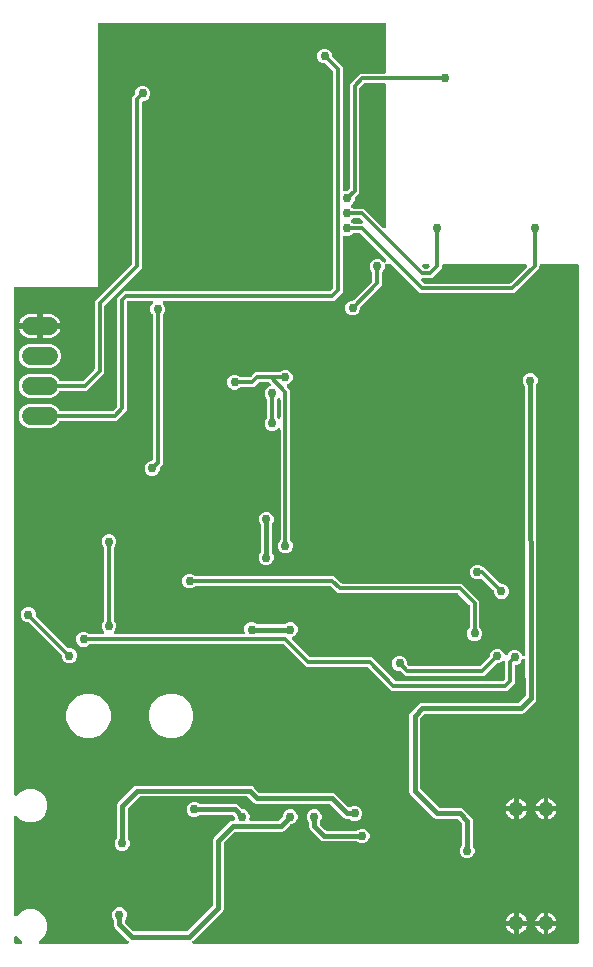
<source format=gbr>
G04 EAGLE Gerber RS-274X export*
G75*
%MOMM*%
%FSLAX34Y34*%
%LPD*%
%INBottom Copper*%
%IPPOS*%
%AMOC8*
5,1,8,0,0,1.08239X$1,22.5*%
G01*
%ADD10C,1.308000*%
%ADD11C,1.524000*%
%ADD12C,0.756400*%
%ADD13C,0.304800*%
%ADD14C,0.406400*%

G36*
X105779Y10172D02*
X105779Y10172D01*
X105879Y10174D01*
X105951Y10192D01*
X106025Y10201D01*
X106120Y10235D01*
X106217Y10259D01*
X106283Y10293D01*
X106353Y10318D01*
X106438Y10373D01*
X106527Y10419D01*
X106584Y10467D01*
X106646Y10507D01*
X106716Y10579D01*
X106792Y10644D01*
X106837Y10704D01*
X106888Y10758D01*
X106940Y10844D01*
X107000Y10925D01*
X107029Y10993D01*
X107067Y11057D01*
X107098Y11153D01*
X107138Y11245D01*
X107151Y11318D01*
X107173Y11389D01*
X107181Y11489D01*
X107199Y11588D01*
X107195Y11662D01*
X107201Y11736D01*
X107186Y11836D01*
X107181Y11936D01*
X107161Y12007D01*
X107150Y12081D01*
X107113Y12174D01*
X107085Y12271D01*
X107048Y12336D01*
X107021Y12405D01*
X106964Y12487D01*
X106915Y12575D01*
X106849Y12651D01*
X106822Y12691D01*
X106796Y12715D01*
X106756Y12761D01*
X105637Y13880D01*
X95437Y24080D01*
X94741Y25760D01*
X94741Y29798D01*
X94727Y29924D01*
X94720Y30050D01*
X94707Y30096D01*
X94701Y30144D01*
X94659Y30263D01*
X94624Y30385D01*
X94600Y30427D01*
X94584Y30472D01*
X94515Y30579D01*
X94454Y30689D01*
X94414Y30735D01*
X94395Y30765D01*
X94360Y30799D01*
X94295Y30875D01*
X93954Y31216D01*
X92991Y33540D01*
X92991Y36056D01*
X93954Y38380D01*
X95732Y40158D01*
X98056Y41121D01*
X100572Y41121D01*
X102896Y40158D01*
X104674Y38380D01*
X105637Y36056D01*
X105637Y33540D01*
X104674Y31216D01*
X104333Y30875D01*
X104254Y30776D01*
X104170Y30682D01*
X104146Y30640D01*
X104116Y30602D01*
X104062Y30488D01*
X104001Y30377D01*
X103988Y30331D01*
X103967Y30287D01*
X103941Y30164D01*
X103906Y30042D01*
X103901Y29981D01*
X103894Y29946D01*
X103895Y29898D01*
X103887Y29798D01*
X103887Y29195D01*
X103901Y29069D01*
X103908Y28943D01*
X103921Y28897D01*
X103927Y28849D01*
X103969Y28730D01*
X104004Y28608D01*
X104028Y28566D01*
X104044Y28521D01*
X104113Y28414D01*
X104174Y28304D01*
X104214Y28258D01*
X104233Y28228D01*
X104268Y28194D01*
X104333Y28118D01*
X111176Y21275D01*
X111275Y21196D01*
X111369Y21112D01*
X111411Y21088D01*
X111449Y21058D01*
X111563Y21004D01*
X111674Y20943D01*
X111720Y20930D01*
X111764Y20909D01*
X111887Y20883D01*
X112009Y20848D01*
X112070Y20843D01*
X112105Y20836D01*
X112153Y20837D01*
X112253Y20829D01*
X155971Y20829D01*
X156097Y20843D01*
X156223Y20850D01*
X156269Y20863D01*
X156317Y20869D01*
X156436Y20911D01*
X156558Y20946D01*
X156600Y20970D01*
X156645Y20986D01*
X156752Y21055D01*
X156862Y21116D01*
X156908Y21156D01*
X156938Y21175D01*
X156972Y21210D01*
X157048Y21275D01*
X177861Y42088D01*
X177940Y42187D01*
X178024Y42281D01*
X178048Y42323D01*
X178078Y42361D01*
X178132Y42475D01*
X178193Y42586D01*
X178206Y42632D01*
X178227Y42676D01*
X178253Y42799D01*
X178288Y42921D01*
X178293Y42982D01*
X178300Y43017D01*
X178299Y43065D01*
X178307Y43165D01*
X178307Y98446D01*
X179003Y100126D01*
X192482Y113605D01*
X194162Y114301D01*
X195549Y114301D01*
X195699Y114318D01*
X195848Y114330D01*
X195871Y114338D01*
X195895Y114341D01*
X196037Y114391D01*
X196180Y114438D01*
X196201Y114450D01*
X196224Y114458D01*
X196350Y114540D01*
X196479Y114617D01*
X196496Y114634D01*
X196516Y114647D01*
X196621Y114755D01*
X196729Y114860D01*
X196742Y114880D01*
X196759Y114898D01*
X196836Y115027D01*
X196917Y115153D01*
X196925Y115176D01*
X196937Y115197D01*
X196983Y115340D01*
X197034Y115482D01*
X197036Y115506D01*
X197044Y115529D01*
X197056Y115678D01*
X197073Y115828D01*
X197070Y115852D01*
X197072Y115876D01*
X197049Y116025D01*
X197032Y116174D01*
X197023Y116202D01*
X197020Y116221D01*
X197002Y116265D01*
X196957Y116407D01*
X196877Y116598D01*
X196877Y117081D01*
X196863Y117207D01*
X196856Y117333D01*
X196843Y117379D01*
X196837Y117427D01*
X196795Y117546D01*
X196760Y117668D01*
X196736Y117710D01*
X196720Y117755D01*
X196651Y117862D01*
X196590Y117972D01*
X196550Y118018D01*
X196531Y118048D01*
X196496Y118082D01*
X196431Y118158D01*
X195402Y119187D01*
X195303Y119266D01*
X195209Y119350D01*
X195167Y119374D01*
X195129Y119404D01*
X195015Y119458D01*
X194904Y119519D01*
X194858Y119532D01*
X194814Y119553D01*
X194691Y119579D01*
X194569Y119614D01*
X194508Y119619D01*
X194473Y119626D01*
X194425Y119625D01*
X194325Y119633D01*
X167560Y119633D01*
X167434Y119619D01*
X167308Y119612D01*
X167262Y119599D01*
X167214Y119593D01*
X167095Y119551D01*
X166973Y119516D01*
X166931Y119492D01*
X166886Y119476D01*
X166779Y119407D01*
X166669Y119346D01*
X166623Y119306D01*
X166593Y119287D01*
X166559Y119252D01*
X166483Y119187D01*
X166142Y118846D01*
X163818Y117883D01*
X161302Y117883D01*
X158978Y118846D01*
X157200Y120624D01*
X156237Y122948D01*
X156237Y125464D01*
X157200Y127788D01*
X158978Y129566D01*
X161302Y130529D01*
X163818Y130529D01*
X166142Y129566D01*
X166483Y129225D01*
X166582Y129146D01*
X166676Y129062D01*
X166718Y129038D01*
X166756Y129008D01*
X166870Y128954D01*
X166981Y128893D01*
X167027Y128880D01*
X167071Y128859D01*
X167194Y128833D01*
X167316Y128798D01*
X167377Y128793D01*
X167412Y128786D01*
X167460Y128787D01*
X167560Y128779D01*
X197760Y128779D01*
X199440Y128083D01*
X202898Y124625D01*
X202997Y124546D01*
X203091Y124462D01*
X203133Y124438D01*
X203171Y124408D01*
X203285Y124354D01*
X203396Y124293D01*
X203442Y124280D01*
X203486Y124259D01*
X203609Y124233D01*
X203731Y124198D01*
X203792Y124193D01*
X203827Y124186D01*
X203875Y124187D01*
X203975Y124179D01*
X204458Y124179D01*
X206782Y123216D01*
X208560Y121438D01*
X209523Y119114D01*
X209523Y116598D01*
X209443Y116407D01*
X209402Y116262D01*
X209356Y116119D01*
X209354Y116095D01*
X209348Y116072D01*
X209340Y115921D01*
X209328Y115772D01*
X209332Y115748D01*
X209331Y115724D01*
X209358Y115576D01*
X209380Y115427D01*
X209389Y115405D01*
X209393Y115381D01*
X209453Y115243D01*
X209509Y115103D01*
X209523Y115083D01*
X209532Y115061D01*
X209622Y114941D01*
X209708Y114817D01*
X209726Y114801D01*
X209740Y114781D01*
X209855Y114684D01*
X209967Y114584D01*
X209988Y114572D01*
X210006Y114556D01*
X210140Y114488D01*
X210272Y114415D01*
X210295Y114409D01*
X210316Y114398D01*
X210462Y114361D01*
X210607Y114320D01*
X210636Y114318D01*
X210655Y114313D01*
X210702Y114313D01*
X210851Y114301D01*
X233187Y114301D01*
X233313Y114315D01*
X233439Y114322D01*
X233485Y114335D01*
X233533Y114341D01*
X233652Y114383D01*
X233774Y114418D01*
X233816Y114442D01*
X233861Y114458D01*
X233968Y114527D01*
X234078Y114588D01*
X234124Y114628D01*
X234154Y114647D01*
X234188Y114682D01*
X234264Y114747D01*
X237071Y117554D01*
X237150Y117653D01*
X237234Y117747D01*
X237258Y117789D01*
X237288Y117827D01*
X237342Y117941D01*
X237403Y118052D01*
X237416Y118098D01*
X237437Y118142D01*
X237463Y118265D01*
X237498Y118387D01*
X237503Y118448D01*
X237510Y118483D01*
X237509Y118531D01*
X237517Y118631D01*
X237517Y119114D01*
X238480Y121438D01*
X240258Y123216D01*
X242582Y124179D01*
X245098Y124179D01*
X247422Y123216D01*
X249200Y121438D01*
X250163Y119114D01*
X250163Y116598D01*
X249200Y114274D01*
X247422Y112496D01*
X245098Y111533D01*
X244615Y111533D01*
X244489Y111519D01*
X244363Y111512D01*
X244317Y111499D01*
X244269Y111493D01*
X244150Y111451D01*
X244028Y111416D01*
X243986Y111392D01*
X243941Y111376D01*
X243834Y111307D01*
X243724Y111246D01*
X243678Y111206D01*
X243648Y111187D01*
X243614Y111152D01*
X243538Y111087D01*
X238302Y105851D01*
X236622Y105155D01*
X197597Y105155D01*
X197471Y105141D01*
X197345Y105134D01*
X197299Y105121D01*
X197251Y105115D01*
X197132Y105073D01*
X197010Y105038D01*
X196968Y105014D01*
X196923Y104998D01*
X196816Y104929D01*
X196706Y104868D01*
X196660Y104828D01*
X196630Y104809D01*
X196596Y104774D01*
X196520Y104709D01*
X187899Y96088D01*
X187820Y95989D01*
X187736Y95895D01*
X187712Y95853D01*
X187682Y95815D01*
X187628Y95701D01*
X187567Y95590D01*
X187554Y95544D01*
X187533Y95500D01*
X187507Y95377D01*
X187472Y95255D01*
X187467Y95194D01*
X187460Y95159D01*
X187461Y95111D01*
X187453Y95011D01*
X187453Y39730D01*
X186757Y38050D01*
X185256Y36549D01*
X161468Y12761D01*
X161406Y12683D01*
X161336Y12610D01*
X161297Y12546D01*
X161251Y12488D01*
X161208Y12397D01*
X161157Y12311D01*
X161134Y12240D01*
X161102Y12173D01*
X161081Y12075D01*
X161051Y11979D01*
X161045Y11905D01*
X161029Y11832D01*
X161031Y11732D01*
X161023Y11632D01*
X161034Y11558D01*
X161035Y11484D01*
X161059Y11387D01*
X161074Y11287D01*
X161102Y11218D01*
X161120Y11146D01*
X161166Y11056D01*
X161203Y10963D01*
X161245Y10902D01*
X161280Y10836D01*
X161345Y10759D01*
X161402Y10677D01*
X161457Y10627D01*
X161505Y10571D01*
X161586Y10511D01*
X161661Y10444D01*
X161726Y10408D01*
X161786Y10363D01*
X161878Y10324D01*
X161966Y10275D01*
X162037Y10255D01*
X162106Y10225D01*
X162204Y10208D01*
X162301Y10180D01*
X162401Y10172D01*
X162449Y10164D01*
X162484Y10166D01*
X162545Y10161D01*
X486666Y10161D01*
X486692Y10164D01*
X486718Y10162D01*
X486865Y10184D01*
X487012Y10201D01*
X487037Y10209D01*
X487063Y10213D01*
X487201Y10268D01*
X487340Y10318D01*
X487362Y10332D01*
X487387Y10342D01*
X487508Y10427D01*
X487633Y10507D01*
X487651Y10526D01*
X487673Y10541D01*
X487772Y10651D01*
X487875Y10758D01*
X487889Y10780D01*
X487906Y10800D01*
X487978Y10930D01*
X488054Y11057D01*
X488062Y11082D01*
X488075Y11105D01*
X488115Y11248D01*
X488160Y11389D01*
X488162Y11415D01*
X488170Y11440D01*
X488189Y11684D01*
X488189Y584200D01*
X488186Y584226D01*
X488188Y584252D01*
X488166Y584399D01*
X488149Y584546D01*
X488141Y584571D01*
X488137Y584597D01*
X488082Y584735D01*
X488032Y584874D01*
X488018Y584896D01*
X488008Y584921D01*
X487923Y585042D01*
X487843Y585167D01*
X487824Y585185D01*
X487809Y585207D01*
X487699Y585306D01*
X487592Y585409D01*
X487570Y585423D01*
X487550Y585440D01*
X487420Y585512D01*
X487293Y585588D01*
X487268Y585596D01*
X487245Y585609D01*
X487102Y585649D01*
X486961Y585694D01*
X486935Y585696D01*
X486910Y585704D01*
X486666Y585723D01*
X456438Y585723D01*
X456412Y585720D01*
X456386Y585722D01*
X456239Y585700D01*
X456092Y585683D01*
X456067Y585675D01*
X456041Y585671D01*
X455903Y585616D01*
X455764Y585566D01*
X455742Y585552D01*
X455717Y585542D01*
X455596Y585457D01*
X455471Y585377D01*
X455453Y585358D01*
X455431Y585343D01*
X455332Y585233D01*
X455229Y585126D01*
X455215Y585104D01*
X455198Y585084D01*
X455126Y584954D01*
X455050Y584827D01*
X455042Y584802D01*
X455029Y584779D01*
X454989Y584636D01*
X454944Y584495D01*
X454942Y584469D01*
X454934Y584444D01*
X454915Y584200D01*
X454915Y582516D01*
X433484Y561085D01*
X353916Y561085D01*
X351089Y563912D01*
X329724Y585277D01*
X329625Y585356D01*
X329532Y585440D01*
X329489Y585464D01*
X329451Y585494D01*
X329337Y585548D01*
X329227Y585609D01*
X329180Y585622D01*
X329136Y585643D01*
X329013Y585669D01*
X328891Y585704D01*
X328830Y585709D01*
X328796Y585716D01*
X328748Y585715D01*
X328647Y585723D01*
X325346Y585723D01*
X325320Y585720D01*
X325294Y585722D01*
X325147Y585700D01*
X325000Y585683D01*
X324975Y585675D01*
X324949Y585671D01*
X324811Y585616D01*
X324672Y585566D01*
X324650Y585552D01*
X324625Y585542D01*
X324504Y585457D01*
X324379Y585377D01*
X324361Y585358D01*
X324339Y585343D01*
X324240Y585233D01*
X324137Y585126D01*
X324123Y585104D01*
X324106Y585084D01*
X324034Y584954D01*
X323958Y584827D01*
X323950Y584802D01*
X323937Y584779D01*
X323897Y584636D01*
X323852Y584495D01*
X323850Y584469D01*
X323842Y584444D01*
X323823Y584200D01*
X323823Y582625D01*
X322860Y580301D01*
X322011Y579452D01*
X321932Y579353D01*
X321848Y579259D01*
X321824Y579216D01*
X321794Y579179D01*
X321740Y579064D01*
X321679Y578954D01*
X321666Y578907D01*
X321645Y578864D01*
X321619Y578740D01*
X321584Y578618D01*
X321579Y578558D01*
X321572Y578523D01*
X321573Y578475D01*
X321565Y578375D01*
X321565Y567784D01*
X303441Y549660D01*
X303362Y549561D01*
X303278Y549468D01*
X303254Y549425D01*
X303224Y549387D01*
X303170Y549273D01*
X303109Y549163D01*
X303096Y549116D01*
X303075Y549072D01*
X303049Y548949D01*
X303014Y548827D01*
X303009Y548766D01*
X303002Y548732D01*
X303003Y548684D01*
X302995Y548583D01*
X302995Y547382D01*
X302032Y545058D01*
X300254Y543280D01*
X297930Y542317D01*
X295414Y542317D01*
X293090Y543280D01*
X291312Y545058D01*
X290349Y547382D01*
X290349Y549898D01*
X291312Y552222D01*
X293090Y554000D01*
X295414Y554963D01*
X296615Y554963D01*
X296741Y554977D01*
X296867Y554984D01*
X296914Y554997D01*
X296962Y555003D01*
X297081Y555045D01*
X297202Y555080D01*
X297244Y555104D01*
X297290Y555120D01*
X297396Y555189D01*
X297506Y555250D01*
X297552Y555290D01*
X297582Y555309D01*
X297616Y555344D01*
X297692Y555409D01*
X312989Y570706D01*
X313068Y570805D01*
X313152Y570898D01*
X313176Y570941D01*
X313206Y570979D01*
X313260Y571093D01*
X313321Y571203D01*
X313334Y571250D01*
X313355Y571294D01*
X313381Y571417D01*
X313416Y571539D01*
X313421Y571600D01*
X313428Y571634D01*
X313427Y571682D01*
X313435Y571783D01*
X313435Y578375D01*
X313434Y578384D01*
X313434Y578385D01*
X313433Y578394D01*
X313421Y578500D01*
X313414Y578626D01*
X313401Y578673D01*
X313395Y578721D01*
X313353Y578840D01*
X313318Y578961D01*
X313294Y579003D01*
X313278Y579049D01*
X313209Y579155D01*
X313148Y579265D01*
X313108Y579312D01*
X313089Y579342D01*
X313054Y579375D01*
X312989Y579452D01*
X312140Y580301D01*
X311177Y582625D01*
X311177Y585140D01*
X312140Y587464D01*
X313918Y589243D01*
X316242Y590205D01*
X318758Y590205D01*
X321082Y589243D01*
X322773Y587551D01*
X322851Y587489D01*
X322924Y587419D01*
X322988Y587381D01*
X323046Y587335D01*
X323137Y587292D01*
X323223Y587240D01*
X323294Y587218D01*
X323361Y587186D01*
X323459Y587165D01*
X323555Y587134D01*
X323629Y587128D01*
X323702Y587112D01*
X323802Y587114D01*
X323902Y587106D01*
X323976Y587117D01*
X324050Y587118D01*
X324147Y587143D01*
X324247Y587158D01*
X324316Y587185D01*
X324388Y587203D01*
X324478Y587249D01*
X324571Y587286D01*
X324632Y587329D01*
X324698Y587363D01*
X324775Y587428D01*
X324857Y587485D01*
X324907Y587541D01*
X324963Y587589D01*
X325023Y587670D01*
X325090Y587744D01*
X325126Y587809D01*
X325171Y587869D01*
X325210Y587961D01*
X325259Y588049D01*
X325279Y588121D01*
X325309Y588189D01*
X325326Y588288D01*
X325354Y588385D01*
X325362Y588485D01*
X325370Y588532D01*
X325368Y588568D01*
X325373Y588628D01*
X325373Y588997D01*
X325370Y589023D01*
X325372Y589048D01*
X325358Y589146D01*
X325352Y589249D01*
X325339Y589296D01*
X325333Y589344D01*
X325324Y589369D01*
X325321Y589393D01*
X325285Y589482D01*
X325256Y589584D01*
X325232Y589626D01*
X325216Y589672D01*
X325200Y589696D01*
X325192Y589716D01*
X325139Y589792D01*
X325086Y589888D01*
X325046Y589935D01*
X325027Y589965D01*
X325004Y589986D01*
X324993Y590003D01*
X324973Y590021D01*
X324927Y590074D01*
X303562Y611439D01*
X303463Y611518D01*
X303370Y611602D01*
X303327Y611626D01*
X303289Y611656D01*
X303175Y611710D01*
X303065Y611771D01*
X303018Y611784D01*
X302974Y611805D01*
X302851Y611831D01*
X302729Y611866D01*
X302668Y611871D01*
X302634Y611878D01*
X302586Y611877D01*
X302485Y611885D01*
X297608Y611885D01*
X297482Y611871D01*
X297356Y611864D01*
X297310Y611851D01*
X297262Y611845D01*
X297143Y611803D01*
X297021Y611768D01*
X296979Y611744D01*
X296934Y611728D01*
X296827Y611659D01*
X296717Y611598D01*
X296671Y611558D01*
X296641Y611539D01*
X296607Y611504D01*
X296600Y611498D01*
X296531Y611439D01*
X295682Y610590D01*
X293358Y609627D01*
X290842Y609627D01*
X290333Y609838D01*
X290188Y609880D01*
X290046Y609925D01*
X290022Y609927D01*
X289998Y609934D01*
X289848Y609941D01*
X289698Y609953D01*
X289674Y609950D01*
X289650Y609951D01*
X289502Y609924D01*
X289354Y609901D01*
X289331Y609892D01*
X289307Y609888D01*
X289169Y609828D01*
X289030Y609773D01*
X289010Y609759D01*
X288988Y609749D01*
X288867Y609659D01*
X288744Y609574D01*
X288727Y609556D01*
X288708Y609541D01*
X288611Y609426D01*
X288510Y609315D01*
X288498Y609294D01*
X288483Y609275D01*
X288414Y609142D01*
X288342Y609010D01*
X288335Y608987D01*
X288324Y608965D01*
X288288Y608820D01*
X288247Y608675D01*
X288245Y608645D01*
X288240Y608627D01*
X288239Y608580D01*
X288227Y608431D01*
X288227Y561879D01*
X281084Y554735D01*
X137334Y554735D01*
X137234Y554724D01*
X137134Y554722D01*
X137062Y554704D01*
X136988Y554695D01*
X136893Y554661D01*
X136796Y554637D01*
X136730Y554603D01*
X136660Y554578D01*
X136575Y554523D01*
X136486Y554477D01*
X136429Y554429D01*
X136367Y554389D01*
X136297Y554317D01*
X136220Y554252D01*
X136176Y554192D01*
X136125Y554138D01*
X136073Y554052D01*
X136013Y553971D01*
X135984Y553903D01*
X135946Y553839D01*
X135915Y553743D01*
X135875Y553651D01*
X135862Y553578D01*
X135839Y553507D01*
X135831Y553407D01*
X135814Y553308D01*
X135817Y553234D01*
X135812Y553160D01*
X135826Y553060D01*
X135832Y552960D01*
X135852Y552889D01*
X135863Y552815D01*
X135900Y552722D01*
X135928Y552625D01*
X135964Y552560D01*
X135992Y552491D01*
X136049Y552409D01*
X136098Y552321D01*
X136163Y552245D01*
X136191Y552205D01*
X136217Y552181D01*
X136257Y552135D01*
X137123Y551269D01*
X138085Y548945D01*
X138085Y546430D01*
X137123Y544106D01*
X136273Y543257D01*
X136195Y543158D01*
X136110Y543064D01*
X136087Y543021D01*
X136057Y542984D01*
X136003Y542869D01*
X135942Y542759D01*
X135928Y542712D01*
X135908Y542669D01*
X135881Y542545D01*
X135847Y542423D01*
X135842Y542363D01*
X135834Y542328D01*
X135835Y542280D01*
X135827Y542180D01*
X135827Y415829D01*
X133769Y413770D01*
X133690Y413671D01*
X133606Y413578D01*
X133582Y413535D01*
X133552Y413497D01*
X133498Y413383D01*
X133437Y413273D01*
X133424Y413226D01*
X133403Y413182D01*
X133377Y413059D01*
X133342Y412937D01*
X133337Y412876D01*
X133330Y412842D01*
X133331Y412794D01*
X133323Y412693D01*
X133323Y411492D01*
X132360Y409168D01*
X130582Y407390D01*
X128258Y406427D01*
X125742Y406427D01*
X123418Y407390D01*
X121640Y409168D01*
X120677Y411492D01*
X120677Y414008D01*
X121640Y416332D01*
X123418Y418110D01*
X125742Y419073D01*
X126175Y419073D01*
X126201Y419076D01*
X126227Y419074D01*
X126373Y419096D01*
X126521Y419113D01*
X126545Y419121D01*
X126571Y419125D01*
X126709Y419180D01*
X126849Y419230D01*
X126871Y419244D01*
X126895Y419254D01*
X127017Y419339D01*
X127142Y419419D01*
X127160Y419438D01*
X127181Y419453D01*
X127280Y419563D01*
X127384Y419670D01*
X127397Y419692D01*
X127415Y419712D01*
X127487Y419842D01*
X127563Y419969D01*
X127571Y419994D01*
X127583Y420017D01*
X127624Y420160D01*
X127669Y420301D01*
X127671Y420327D01*
X127678Y420352D01*
X127698Y420596D01*
X127698Y542180D01*
X127683Y542305D01*
X127677Y542431D01*
X127663Y542478D01*
X127658Y542526D01*
X127615Y542645D01*
X127580Y542766D01*
X127557Y542808D01*
X127540Y542854D01*
X127472Y542960D01*
X127410Y543070D01*
X127371Y543117D01*
X127351Y543147D01*
X127317Y543180D01*
X127252Y543257D01*
X126402Y544106D01*
X125440Y546430D01*
X125440Y548945D01*
X126402Y551269D01*
X127268Y552135D01*
X127331Y552214D01*
X127400Y552286D01*
X127439Y552350D01*
X127485Y552408D01*
X127528Y552499D01*
X127579Y552585D01*
X127602Y552656D01*
X127634Y552723D01*
X127655Y552821D01*
X127686Y552917D01*
X127691Y552991D01*
X127707Y553064D01*
X127705Y553164D01*
X127713Y553264D01*
X127702Y553338D01*
X127701Y553412D01*
X127677Y553509D01*
X127662Y553609D01*
X127634Y553678D01*
X127616Y553750D01*
X127570Y553839D01*
X127533Y553933D01*
X127491Y553994D01*
X127457Y554060D01*
X127391Y554136D01*
X127334Y554219D01*
X127279Y554269D01*
X127231Y554325D01*
X127150Y554385D01*
X127075Y554452D01*
X127010Y554488D01*
X126950Y554533D01*
X126858Y554572D01*
X126770Y554621D01*
X126699Y554641D01*
X126630Y554671D01*
X126532Y554688D01*
X126435Y554716D01*
X126335Y554724D01*
X126287Y554732D01*
X126252Y554730D01*
X126191Y554735D01*
X107188Y554735D01*
X107162Y554732D01*
X107136Y554734D01*
X106989Y554712D01*
X106842Y554695D01*
X106817Y554687D01*
X106791Y554683D01*
X106653Y554628D01*
X106514Y554578D01*
X106492Y554564D01*
X106467Y554554D01*
X106346Y554469D01*
X106221Y554389D01*
X106203Y554370D01*
X106181Y554355D01*
X106082Y554245D01*
X105979Y554138D01*
X105965Y554116D01*
X105948Y554096D01*
X105876Y553966D01*
X105800Y553839D01*
X105792Y553814D01*
X105779Y553791D01*
X105739Y553648D01*
X105694Y553507D01*
X105692Y553481D01*
X105684Y553456D01*
X105665Y553212D01*
X105665Y461866D01*
X96934Y453135D01*
X49702Y453135D01*
X49626Y453127D01*
X49550Y453128D01*
X49454Y453107D01*
X49356Y453095D01*
X49284Y453070D01*
X49209Y453053D01*
X49120Y453011D01*
X49028Y452978D01*
X48964Y452936D01*
X48895Y452904D01*
X48818Y452842D01*
X48735Y452789D01*
X48682Y452734D01*
X48622Y452686D01*
X48561Y452609D01*
X48493Y452538D01*
X48453Y452473D01*
X48406Y452413D01*
X48338Y452280D01*
X48314Y452239D01*
X48308Y452221D01*
X48295Y452195D01*
X47984Y451444D01*
X45126Y448586D01*
X41391Y447039D01*
X22109Y447039D01*
X18374Y448586D01*
X15516Y451444D01*
X13969Y455179D01*
X13969Y459221D01*
X15516Y462956D01*
X18374Y465814D01*
X22109Y467361D01*
X41391Y467361D01*
X45126Y465814D01*
X47984Y462956D01*
X48295Y462205D01*
X48332Y462138D01*
X48360Y462067D01*
X48416Y461986D01*
X48464Y461900D01*
X48515Y461844D01*
X48559Y461781D01*
X48632Y461715D01*
X48698Y461642D01*
X48761Y461599D01*
X48818Y461548D01*
X48904Y461500D01*
X48985Y461444D01*
X49056Y461416D01*
X49123Y461379D01*
X49218Y461352D01*
X49309Y461316D01*
X49385Y461305D01*
X49458Y461284D01*
X49607Y461272D01*
X49654Y461265D01*
X49673Y461267D01*
X49702Y461265D01*
X92935Y461265D01*
X93061Y461279D01*
X93187Y461286D01*
X93234Y461299D01*
X93282Y461305D01*
X93401Y461347D01*
X93522Y461382D01*
X93564Y461406D01*
X93610Y461422D01*
X93716Y461491D01*
X93826Y461552D01*
X93872Y461592D01*
X93902Y461611D01*
X93936Y461646D01*
X94012Y461711D01*
X97089Y464788D01*
X97168Y464887D01*
X97252Y464980D01*
X97276Y465023D01*
X97306Y465061D01*
X97360Y465175D01*
X97421Y465285D01*
X97434Y465332D01*
X97455Y465376D01*
X97481Y465499D01*
X97516Y465621D01*
X97521Y465682D01*
X97528Y465716D01*
X97527Y465764D01*
X97535Y465865D01*
X97535Y557309D01*
X103091Y562865D01*
X277085Y562865D01*
X277211Y562879D01*
X277337Y562886D01*
X277384Y562899D01*
X277432Y562905D01*
X277551Y562947D01*
X277672Y562982D01*
X277714Y563006D01*
X277760Y563022D01*
X277866Y563091D01*
X277976Y563152D01*
X278022Y563192D01*
X278052Y563211D01*
X278086Y563246D01*
X278162Y563311D01*
X279652Y564800D01*
X279730Y564899D01*
X279815Y564993D01*
X279838Y565035D01*
X279868Y565073D01*
X279922Y565187D01*
X279983Y565298D01*
X279997Y565344D01*
X280017Y565388D01*
X280044Y565512D01*
X280078Y565633D01*
X280083Y565694D01*
X280091Y565729D01*
X280090Y565777D01*
X280098Y565877D01*
X280098Y748573D01*
X280083Y748698D01*
X280077Y748825D01*
X280063Y748871D01*
X280058Y748919D01*
X280015Y749038D01*
X279980Y749160D01*
X279957Y749202D01*
X279940Y749247D01*
X279872Y749353D01*
X279810Y749464D01*
X279771Y749510D01*
X279751Y749540D01*
X279717Y749574D01*
X279652Y749650D01*
X274070Y755231D01*
X273971Y755310D01*
X273878Y755394D01*
X273835Y755418D01*
X273797Y755448D01*
X273683Y755502D01*
X273573Y755563D01*
X273526Y755576D01*
X273482Y755597D01*
X273359Y755623D01*
X273237Y755658D01*
X273176Y755663D01*
X273142Y755670D01*
X273094Y755669D01*
X272993Y755677D01*
X271792Y755677D01*
X269468Y756640D01*
X267690Y758418D01*
X266727Y760742D01*
X266727Y763258D01*
X267690Y765582D01*
X269468Y767360D01*
X271792Y768323D01*
X274308Y768323D01*
X276632Y767360D01*
X278410Y765582D01*
X279373Y763258D01*
X279373Y762057D01*
X279387Y761931D01*
X279394Y761805D01*
X279407Y761758D01*
X279413Y761710D01*
X279455Y761591D01*
X279490Y761470D01*
X279514Y761428D01*
X279530Y761382D01*
X279599Y761276D01*
X279660Y761166D01*
X279700Y761120D01*
X279719Y761090D01*
X279754Y761056D01*
X279819Y760980D01*
X288227Y752571D01*
X288227Y648869D01*
X288244Y648720D01*
X288257Y648570D01*
X288264Y648547D01*
X288267Y648523D01*
X288318Y648382D01*
X288364Y648238D01*
X288376Y648218D01*
X288385Y648195D01*
X288466Y648068D01*
X288544Y647940D01*
X288560Y647922D01*
X288574Y647902D01*
X288682Y647797D01*
X288786Y647690D01*
X288807Y647677D01*
X288824Y647660D01*
X288953Y647583D01*
X289080Y647502D01*
X289103Y647493D01*
X289123Y647481D01*
X289266Y647435D01*
X289408Y647385D01*
X289432Y647382D01*
X289455Y647375D01*
X289605Y647363D01*
X289755Y647346D01*
X289779Y647349D01*
X289803Y647347D01*
X289951Y647369D01*
X290101Y647387D01*
X290129Y647396D01*
X290147Y647399D01*
X290191Y647416D01*
X290333Y647462D01*
X290842Y647673D01*
X292043Y647673D01*
X292169Y647687D01*
X292295Y647694D01*
X292342Y647707D01*
X292390Y647713D01*
X292509Y647755D01*
X292630Y647790D01*
X292672Y647814D01*
X292718Y647830D01*
X292824Y647899D01*
X292934Y647960D01*
X292980Y648000D01*
X293010Y648019D01*
X293044Y648054D01*
X293120Y648119D01*
X293939Y648938D01*
X294018Y649037D01*
X294102Y649130D01*
X294126Y649173D01*
X294156Y649211D01*
X294210Y649325D01*
X294271Y649435D01*
X294284Y649482D01*
X294305Y649526D01*
X294331Y649649D01*
X294366Y649771D01*
X294371Y649832D01*
X294378Y649866D01*
X294377Y649914D01*
X294385Y650015D01*
X294385Y738284D01*
X303116Y747015D01*
X323850Y747015D01*
X323876Y747018D01*
X323902Y747016D01*
X324049Y747038D01*
X324196Y747055D01*
X324221Y747063D01*
X324247Y747067D01*
X324385Y747122D01*
X324524Y747172D01*
X324546Y747186D01*
X324571Y747196D01*
X324692Y747281D01*
X324817Y747361D01*
X324835Y747380D01*
X324857Y747395D01*
X324956Y747505D01*
X325059Y747612D01*
X325073Y747634D01*
X325090Y747654D01*
X325162Y747784D01*
X325238Y747911D01*
X325246Y747936D01*
X325259Y747959D01*
X325299Y748102D01*
X325344Y748243D01*
X325346Y748269D01*
X325354Y748294D01*
X325373Y748538D01*
X325373Y788316D01*
X325370Y788342D01*
X325372Y788368D01*
X325350Y788515D01*
X325333Y788662D01*
X325325Y788687D01*
X325321Y788713D01*
X325266Y788851D01*
X325216Y788990D01*
X325202Y789012D01*
X325192Y789037D01*
X325107Y789158D01*
X325027Y789283D01*
X325008Y789301D01*
X324993Y789323D01*
X324883Y789422D01*
X324776Y789525D01*
X324754Y789539D01*
X324734Y789556D01*
X324604Y789628D01*
X324477Y789704D01*
X324452Y789712D01*
X324429Y789725D01*
X324286Y789765D01*
X324145Y789810D01*
X324119Y789812D01*
X324094Y789820D01*
X323850Y789839D01*
X82550Y789839D01*
X82524Y789836D01*
X82498Y789838D01*
X82351Y789816D01*
X82204Y789799D01*
X82179Y789791D01*
X82153Y789787D01*
X82015Y789732D01*
X81876Y789682D01*
X81854Y789668D01*
X81829Y789658D01*
X81708Y789573D01*
X81583Y789493D01*
X81565Y789474D01*
X81543Y789459D01*
X81444Y789349D01*
X81341Y789242D01*
X81327Y789220D01*
X81310Y789200D01*
X81238Y789070D01*
X81162Y788943D01*
X81154Y788918D01*
X81141Y788895D01*
X81101Y788752D01*
X81056Y788611D01*
X81054Y788585D01*
X81046Y788560D01*
X81027Y788316D01*
X81027Y566673D01*
X11684Y566673D01*
X11658Y566670D01*
X11632Y566672D01*
X11485Y566650D01*
X11338Y566633D01*
X11313Y566625D01*
X11287Y566621D01*
X11149Y566566D01*
X11010Y566516D01*
X10988Y566502D01*
X10963Y566492D01*
X10842Y566407D01*
X10717Y566327D01*
X10699Y566308D01*
X10677Y566293D01*
X10578Y566183D01*
X10475Y566076D01*
X10461Y566054D01*
X10444Y566034D01*
X10372Y565904D01*
X10296Y565777D01*
X10288Y565752D01*
X10275Y565729D01*
X10235Y565586D01*
X10190Y565445D01*
X10188Y565419D01*
X10180Y565394D01*
X10161Y565150D01*
X10161Y136964D01*
X10172Y136865D01*
X10174Y136764D01*
X10192Y136692D01*
X10201Y136618D01*
X10234Y136524D01*
X10259Y136426D01*
X10293Y136360D01*
X10318Y136290D01*
X10373Y136206D01*
X10419Y136116D01*
X10467Y136060D01*
X10507Y135997D01*
X10579Y135928D01*
X10644Y135851D01*
X10704Y135807D01*
X10758Y135755D01*
X10844Y135704D01*
X10925Y135644D01*
X10993Y135614D01*
X11057Y135576D01*
X11153Y135546D01*
X11245Y135506D01*
X11318Y135493D01*
X11389Y135470D01*
X11489Y135462D01*
X11588Y135444D01*
X11662Y135448D01*
X11736Y135442D01*
X11836Y135457D01*
X11936Y135462D01*
X12007Y135483D01*
X12081Y135494D01*
X12174Y135531D01*
X12271Y135559D01*
X12336Y135595D01*
X12405Y135623D01*
X12487Y135680D01*
X12575Y135729D01*
X12651Y135794D01*
X12691Y135821D01*
X12715Y135848D01*
X12761Y135887D01*
X16079Y139205D01*
X21283Y141361D01*
X26917Y141361D01*
X32121Y139205D01*
X36105Y135221D01*
X38261Y130017D01*
X38261Y124383D01*
X36105Y119179D01*
X32121Y115195D01*
X26917Y113039D01*
X21283Y113039D01*
X16079Y115195D01*
X12761Y118513D01*
X12683Y118575D01*
X12610Y118645D01*
X12546Y118683D01*
X12488Y118729D01*
X12397Y118772D01*
X12311Y118824D01*
X12240Y118846D01*
X12173Y118878D01*
X12075Y118899D01*
X11979Y118930D01*
X11905Y118936D01*
X11832Y118952D01*
X11732Y118950D01*
X11632Y118958D01*
X11558Y118947D01*
X11484Y118946D01*
X11387Y118921D01*
X11287Y118906D01*
X11218Y118879D01*
X11146Y118861D01*
X11057Y118815D01*
X10963Y118777D01*
X10902Y118735D01*
X10836Y118701D01*
X10760Y118636D01*
X10677Y118579D01*
X10627Y118523D01*
X10571Y118475D01*
X10511Y118394D01*
X10444Y118320D01*
X10408Y118255D01*
X10363Y118195D01*
X10324Y118103D01*
X10275Y118015D01*
X10255Y117943D01*
X10225Y117875D01*
X10208Y117776D01*
X10180Y117679D01*
X10172Y117579D01*
X10164Y117532D01*
X10166Y117496D01*
X10161Y117436D01*
X10161Y34964D01*
X10172Y34865D01*
X10174Y34764D01*
X10192Y34692D01*
X10201Y34618D01*
X10234Y34524D01*
X10259Y34426D01*
X10293Y34360D01*
X10318Y34290D01*
X10373Y34206D01*
X10419Y34116D01*
X10467Y34060D01*
X10507Y33997D01*
X10579Y33928D01*
X10644Y33851D01*
X10704Y33807D01*
X10758Y33755D01*
X10844Y33704D01*
X10925Y33644D01*
X10993Y33614D01*
X11057Y33576D01*
X11153Y33546D01*
X11245Y33506D01*
X11318Y33493D01*
X11389Y33470D01*
X11489Y33462D01*
X11588Y33444D01*
X11662Y33448D01*
X11736Y33442D01*
X11836Y33457D01*
X11936Y33462D01*
X12007Y33483D01*
X12081Y33494D01*
X12174Y33531D01*
X12271Y33559D01*
X12336Y33595D01*
X12405Y33623D01*
X12487Y33680D01*
X12575Y33729D01*
X12651Y33794D01*
X12691Y33821D01*
X12715Y33848D01*
X12761Y33887D01*
X16079Y37205D01*
X21283Y39361D01*
X26917Y39361D01*
X32121Y37205D01*
X36105Y33221D01*
X38261Y28017D01*
X38261Y22383D01*
X36105Y17179D01*
X32121Y13195D01*
X31871Y13091D01*
X31827Y13067D01*
X31779Y13050D01*
X31675Y12982D01*
X31566Y12922D01*
X31529Y12888D01*
X31486Y12861D01*
X31400Y12771D01*
X31308Y12688D01*
X31279Y12646D01*
X31244Y12610D01*
X31180Y12503D01*
X31110Y12401D01*
X31091Y12354D01*
X31065Y12311D01*
X31028Y12193D01*
X30982Y12077D01*
X30975Y12027D01*
X30959Y11979D01*
X30949Y11856D01*
X30931Y11732D01*
X30935Y11682D01*
X30931Y11632D01*
X30950Y11509D01*
X30960Y11385D01*
X30975Y11337D01*
X30983Y11287D01*
X31029Y11171D01*
X31067Y11053D01*
X31093Y11010D01*
X31112Y10963D01*
X31183Y10861D01*
X31247Y10755D01*
X31282Y10718D01*
X31311Y10677D01*
X31403Y10594D01*
X31490Y10505D01*
X31532Y10477D01*
X31569Y10444D01*
X31678Y10383D01*
X31783Y10316D01*
X31830Y10299D01*
X31874Y10275D01*
X31994Y10241D01*
X32111Y10200D01*
X32161Y10194D01*
X32210Y10180D01*
X32454Y10161D01*
X105679Y10161D01*
X105779Y10172D01*
G37*
%LPC*%
G36*
X392442Y82577D02*
X392442Y82577D01*
X390118Y83540D01*
X388340Y85318D01*
X387377Y87642D01*
X387377Y90158D01*
X388340Y92482D01*
X388681Y92823D01*
X388760Y92922D01*
X388844Y93016D01*
X388868Y93058D01*
X388898Y93096D01*
X388952Y93210D01*
X389013Y93321D01*
X389026Y93367D01*
X389047Y93411D01*
X389073Y93534D01*
X389108Y93656D01*
X389113Y93717D01*
X389120Y93752D01*
X389119Y93800D01*
X389127Y93900D01*
X389127Y111775D01*
X389113Y111901D01*
X389106Y112027D01*
X389093Y112073D01*
X389087Y112121D01*
X389045Y112240D01*
X389010Y112362D01*
X388986Y112404D01*
X388970Y112449D01*
X388901Y112556D01*
X388840Y112666D01*
X388800Y112712D01*
X388781Y112742D01*
X388746Y112776D01*
X388681Y112852D01*
X385902Y115631D01*
X385803Y115710D01*
X385709Y115794D01*
X385667Y115818D01*
X385629Y115848D01*
X385515Y115902D01*
X385404Y115963D01*
X385358Y115976D01*
X385314Y115997D01*
X385191Y116023D01*
X385069Y116058D01*
X385008Y116063D01*
X384973Y116070D01*
X384925Y116069D01*
X384825Y116077D01*
X367390Y116077D01*
X365710Y116773D01*
X345373Y137110D01*
X344677Y138790D01*
X344677Y204110D01*
X345373Y205790D01*
X353010Y213427D01*
X354690Y214123D01*
X436387Y214123D01*
X436513Y214137D01*
X436639Y214144D01*
X436685Y214157D01*
X436733Y214163D01*
X436852Y214205D01*
X436974Y214240D01*
X437016Y214264D01*
X437061Y214280D01*
X437168Y214349D01*
X437278Y214410D01*
X437324Y214450D01*
X437354Y214469D01*
X437388Y214504D01*
X437464Y214569D01*
X442759Y219863D01*
X442838Y219964D01*
X442924Y220060D01*
X442946Y220100D01*
X442975Y220136D01*
X443030Y220253D01*
X443092Y220365D01*
X443104Y220410D01*
X443124Y220451D01*
X443151Y220577D01*
X443186Y220701D01*
X443190Y220759D01*
X443197Y220792D01*
X443197Y220841D01*
X443205Y220945D01*
X443123Y250498D01*
X443117Y250546D01*
X443120Y250594D01*
X443097Y250719D01*
X443082Y250844D01*
X443066Y250890D01*
X443057Y250937D01*
X443007Y251053D01*
X442964Y251172D01*
X442937Y251212D01*
X442918Y251257D01*
X442843Y251358D01*
X442774Y251464D01*
X442739Y251498D01*
X442710Y251536D01*
X442614Y251618D01*
X442522Y251706D01*
X442481Y251731D01*
X442444Y251762D01*
X442332Y251819D01*
X442223Y251884D01*
X442177Y251898D01*
X442134Y251920D01*
X442011Y251951D01*
X441891Y251989D01*
X441843Y251993D01*
X441796Y252005D01*
X441669Y252006D01*
X441543Y252016D01*
X441495Y252009D01*
X441447Y252010D01*
X441324Y251983D01*
X441199Y251963D01*
X441154Y251946D01*
X441107Y251935D01*
X440992Y251881D01*
X440875Y251834D01*
X440836Y251806D01*
X440792Y251786D01*
X440693Y251707D01*
X440590Y251634D01*
X440557Y251598D01*
X440520Y251568D01*
X440441Y251469D01*
X440357Y251375D01*
X440334Y251332D01*
X440304Y251295D01*
X440192Y251077D01*
X439446Y249275D01*
X437668Y247497D01*
X435249Y246495D01*
X435243Y246494D01*
X435218Y246486D01*
X435192Y246482D01*
X435054Y246427D01*
X434915Y246377D01*
X434892Y246363D01*
X434868Y246353D01*
X434747Y246268D01*
X434622Y246188D01*
X434603Y246169D01*
X434582Y246154D01*
X434483Y246044D01*
X434380Y245937D01*
X434366Y245915D01*
X434348Y245895D01*
X434277Y245765D01*
X434201Y245638D01*
X434193Y245613D01*
X434180Y245590D01*
X434140Y245447D01*
X434094Y245306D01*
X434092Y245280D01*
X434085Y245255D01*
X434066Y245011D01*
X434066Y231467D01*
X427134Y224535D01*
X329638Y224535D01*
X309912Y244261D01*
X309813Y244340D01*
X309720Y244424D01*
X309677Y244448D01*
X309639Y244478D01*
X309525Y244532D01*
X309415Y244593D01*
X309368Y244606D01*
X309324Y244626D01*
X309201Y244653D01*
X309079Y244687D01*
X309018Y244692D01*
X308984Y244700D01*
X308936Y244699D01*
X308835Y244707D01*
X257544Y244707D01*
X238538Y263713D01*
X238439Y263792D01*
X238346Y263876D01*
X238303Y263900D01*
X238265Y263930D01*
X238151Y263984D01*
X238041Y264045D01*
X237994Y264058D01*
X237950Y264079D01*
X237827Y264105D01*
X237705Y264140D01*
X237644Y264145D01*
X237610Y264152D01*
X237562Y264151D01*
X237461Y264159D01*
X74596Y264159D01*
X74470Y264145D01*
X74344Y264138D01*
X74298Y264125D01*
X74250Y264119D01*
X74131Y264077D01*
X74009Y264042D01*
X73967Y264018D01*
X73922Y264002D01*
X73815Y263933D01*
X73705Y263872D01*
X73659Y263832D01*
X73629Y263813D01*
X73595Y263778D01*
X73519Y263713D01*
X72670Y262864D01*
X70346Y261901D01*
X67830Y261901D01*
X65506Y262864D01*
X63728Y264642D01*
X62765Y266966D01*
X62765Y269482D01*
X63728Y271806D01*
X65506Y273584D01*
X67830Y274547D01*
X70346Y274547D01*
X72670Y273584D01*
X73519Y272735D01*
X73618Y272656D01*
X73712Y272572D01*
X73754Y272548D01*
X73792Y272518D01*
X73906Y272464D01*
X74017Y272403D01*
X74063Y272390D01*
X74107Y272369D01*
X74230Y272343D01*
X74352Y272308D01*
X74413Y272303D01*
X74448Y272296D01*
X74496Y272297D01*
X74596Y272289D01*
X84980Y272289D01*
X85079Y272300D01*
X85180Y272302D01*
X85252Y272320D01*
X85326Y272329D01*
X85421Y272363D01*
X85518Y272387D01*
X85584Y272421D01*
X85654Y272446D01*
X85738Y272501D01*
X85828Y272547D01*
X85884Y272595D01*
X85947Y272635D01*
X86017Y272707D01*
X86093Y272772D01*
X86137Y272832D01*
X86189Y272886D01*
X86241Y272972D01*
X86300Y273053D01*
X86330Y273121D01*
X86368Y273185D01*
X86398Y273281D01*
X86438Y273373D01*
X86451Y273446D01*
X86474Y273517D01*
X86482Y273617D01*
X86500Y273716D01*
X86496Y273790D01*
X86502Y273864D01*
X86487Y273964D01*
X86482Y274064D01*
X86461Y274135D01*
X86450Y274209D01*
X86413Y274302D01*
X86385Y274399D01*
X86349Y274464D01*
X86322Y274533D01*
X86264Y274615D01*
X86215Y274703D01*
X86150Y274779D01*
X86123Y274819D01*
X86096Y274843D01*
X86057Y274889D01*
X85127Y275818D01*
X84165Y278142D01*
X84165Y280658D01*
X85127Y282982D01*
X85977Y283831D01*
X86055Y283930D01*
X86140Y284024D01*
X86163Y284066D01*
X86193Y284104D01*
X86247Y284218D01*
X86308Y284329D01*
X86322Y284375D01*
X86342Y284419D01*
X86369Y284542D01*
X86403Y284664D01*
X86408Y284725D01*
X86416Y284760D01*
X86415Y284808D01*
X86423Y284908D01*
X86423Y345330D01*
X86408Y345455D01*
X86402Y345581D01*
X86388Y345628D01*
X86383Y345676D01*
X86340Y345795D01*
X86305Y345916D01*
X86282Y345958D01*
X86265Y346004D01*
X86197Y346110D01*
X86135Y346220D01*
X86096Y346267D01*
X86076Y346297D01*
X86042Y346330D01*
X85977Y346407D01*
X85127Y347256D01*
X84165Y349580D01*
X84165Y352095D01*
X85127Y354419D01*
X86906Y356198D01*
X89230Y357160D01*
X91745Y357160D01*
X94069Y356198D01*
X95848Y354419D01*
X96810Y352095D01*
X96810Y349580D01*
X95848Y347256D01*
X94998Y346407D01*
X94920Y346308D01*
X94835Y346214D01*
X94812Y346171D01*
X94782Y346134D01*
X94728Y346019D01*
X94667Y345909D01*
X94653Y345862D01*
X94633Y345819D01*
X94606Y345695D01*
X94572Y345573D01*
X94567Y345513D01*
X94559Y345478D01*
X94560Y345430D01*
X94552Y345330D01*
X94552Y284908D01*
X94567Y284782D01*
X94573Y284656D01*
X94587Y284610D01*
X94592Y284562D01*
X94635Y284443D01*
X94670Y284321D01*
X94693Y284279D01*
X94710Y284234D01*
X94778Y284127D01*
X94840Y284017D01*
X94879Y283971D01*
X94899Y283941D01*
X94933Y283907D01*
X94998Y283831D01*
X95848Y282982D01*
X96810Y280658D01*
X96810Y278142D01*
X95848Y275818D01*
X94918Y274889D01*
X94856Y274810D01*
X94786Y274738D01*
X94748Y274674D01*
X94702Y274616D01*
X94659Y274525D01*
X94607Y274439D01*
X94585Y274368D01*
X94553Y274301D01*
X94532Y274203D01*
X94501Y274107D01*
X94495Y274033D01*
X94479Y273960D01*
X94481Y273860D01*
X94473Y273760D01*
X94484Y273686D01*
X94485Y273612D01*
X94510Y273515D01*
X94525Y273415D01*
X94552Y273346D01*
X94570Y273274D01*
X94616Y273185D01*
X94653Y273091D01*
X94696Y273030D01*
X94730Y272964D01*
X94795Y272888D01*
X94852Y272805D01*
X94908Y272755D01*
X94956Y272699D01*
X95037Y272639D01*
X95111Y272572D01*
X95176Y272536D01*
X95236Y272491D01*
X95328Y272452D01*
X95416Y272403D01*
X95488Y272383D01*
X95556Y272353D01*
X95655Y272336D01*
X95752Y272308D01*
X95852Y272300D01*
X95899Y272292D01*
X95935Y272294D01*
X95995Y272289D01*
X203888Y272289D01*
X204037Y272306D01*
X204187Y272318D01*
X204210Y272326D01*
X204234Y272329D01*
X204375Y272379D01*
X204518Y272425D01*
X204539Y272438D01*
X204562Y272446D01*
X204689Y272528D01*
X204817Y272605D01*
X204834Y272622D01*
X204855Y272635D01*
X204959Y272743D01*
X205067Y272848D01*
X205080Y272868D01*
X205097Y272886D01*
X205174Y273015D01*
X205255Y273141D01*
X205263Y273164D01*
X205276Y273185D01*
X205321Y273328D01*
X205372Y273470D01*
X205375Y273494D01*
X205382Y273517D01*
X205394Y273666D01*
X205411Y273816D01*
X205408Y273840D01*
X205410Y273864D01*
X205388Y274013D01*
X205370Y274162D01*
X205361Y274190D01*
X205358Y274209D01*
X205341Y274253D01*
X205295Y274395D01*
X205005Y275094D01*
X205005Y277610D01*
X205968Y279934D01*
X207746Y281712D01*
X210070Y282675D01*
X212586Y282675D01*
X214910Y281712D01*
X215251Y281371D01*
X215350Y281292D01*
X215444Y281208D01*
X215486Y281184D01*
X215524Y281154D01*
X215638Y281100D01*
X215749Y281039D01*
X215795Y281026D01*
X215839Y281005D01*
X215962Y280979D01*
X216084Y280944D01*
X216145Y280939D01*
X216180Y280932D01*
X216228Y280933D01*
X216328Y280925D01*
X238840Y280925D01*
X238966Y280939D01*
X239092Y280946D01*
X239138Y280959D01*
X239186Y280965D01*
X239305Y281007D01*
X239427Y281042D01*
X239469Y281066D01*
X239514Y281082D01*
X239621Y281151D01*
X239731Y281212D01*
X239777Y281252D01*
X239807Y281271D01*
X239841Y281306D01*
X239917Y281371D01*
X240258Y281712D01*
X242582Y282675D01*
X245098Y282675D01*
X247422Y281712D01*
X249200Y279934D01*
X250163Y277610D01*
X250163Y275094D01*
X249200Y272770D01*
X247422Y270992D01*
X246229Y270498D01*
X246201Y270482D01*
X246192Y270479D01*
X246174Y270467D01*
X246098Y270425D01*
X245964Y270356D01*
X245946Y270340D01*
X245924Y270329D01*
X245813Y270228D01*
X245699Y270130D01*
X245684Y270111D01*
X245666Y270094D01*
X245581Y269971D01*
X245491Y269850D01*
X245482Y269828D01*
X245468Y269808D01*
X245413Y269668D01*
X245353Y269530D01*
X245349Y269506D01*
X245340Y269484D01*
X245318Y269335D01*
X245292Y269187D01*
X245293Y269163D01*
X245289Y269139D01*
X245302Y268989D01*
X245310Y268839D01*
X245316Y268816D01*
X245318Y268791D01*
X245365Y268648D01*
X245406Y268504D01*
X245418Y268483D01*
X245425Y268460D01*
X245503Y268331D01*
X245576Y268200D01*
X245595Y268178D01*
X245605Y268161D01*
X245638Y268127D01*
X245735Y268014D01*
X260466Y253283D01*
X260565Y253204D01*
X260659Y253119D01*
X260701Y253096D01*
X260739Y253066D01*
X260853Y253012D01*
X260964Y252951D01*
X261010Y252938D01*
X261054Y252917D01*
X261177Y252891D01*
X261299Y252856D01*
X261360Y252851D01*
X261395Y252844D01*
X261443Y252845D01*
X261543Y252837D01*
X312834Y252837D01*
X332559Y233111D01*
X332658Y233032D01*
X332752Y232948D01*
X332795Y232924D01*
X332832Y232894D01*
X332947Y232840D01*
X333057Y232779D01*
X333104Y232766D01*
X333147Y232745D01*
X333271Y232719D01*
X333393Y232684D01*
X333453Y232679D01*
X333488Y232672D01*
X333536Y232673D01*
X333636Y232665D01*
X423135Y232665D01*
X423261Y232679D01*
X423387Y232686D01*
X423434Y232699D01*
X423482Y232705D01*
X423601Y232747D01*
X423722Y232782D01*
X423764Y232806D01*
X423810Y232822D01*
X423916Y232891D01*
X424026Y232952D01*
X424072Y232992D01*
X424102Y233011D01*
X424136Y233046D01*
X424212Y233111D01*
X425490Y234388D01*
X425569Y234487D01*
X425653Y234581D01*
X425677Y234624D01*
X425707Y234661D01*
X425761Y234776D01*
X425822Y234886D01*
X425835Y234933D01*
X425855Y234976D01*
X425882Y235100D01*
X425916Y235222D01*
X425921Y235282D01*
X425929Y235317D01*
X425928Y235365D01*
X425936Y235465D01*
X425936Y248217D01*
X425925Y248317D01*
X425923Y248417D01*
X425905Y248489D01*
X425896Y248563D01*
X425862Y248658D01*
X425838Y248755D01*
X425804Y248821D01*
X425779Y248891D01*
X425724Y248976D01*
X425678Y249065D01*
X425630Y249122D01*
X425590Y249184D01*
X425517Y249254D01*
X425452Y249330D01*
X425393Y249375D01*
X425339Y249426D01*
X425253Y249478D01*
X425172Y249538D01*
X425104Y249567D01*
X425040Y249605D01*
X424944Y249636D01*
X424852Y249676D01*
X424779Y249689D01*
X424708Y249711D01*
X424608Y249719D01*
X424509Y249737D01*
X424435Y249733D01*
X424361Y249739D01*
X424261Y249724D01*
X424161Y249719D01*
X424090Y249699D01*
X424016Y249688D01*
X423923Y249650D01*
X423826Y249623D01*
X423761Y249586D01*
X423692Y249559D01*
X423610Y249502D01*
X423522Y249453D01*
X423445Y249387D01*
X423406Y249360D01*
X423382Y249334D01*
X423336Y249294D01*
X422682Y248640D01*
X420358Y247677D01*
X419157Y247677D01*
X419031Y247663D01*
X418905Y247656D01*
X418858Y247643D01*
X418810Y247637D01*
X418691Y247595D01*
X418570Y247560D01*
X418528Y247536D01*
X418482Y247520D01*
X418376Y247451D01*
X418266Y247390D01*
X418220Y247350D01*
X418190Y247331D01*
X418156Y247296D01*
X418080Y247231D01*
X408084Y237235D01*
X341216Y237235D01*
X337570Y240881D01*
X337471Y240960D01*
X337378Y241044D01*
X337335Y241068D01*
X337297Y241098D01*
X337183Y241152D01*
X337073Y241213D01*
X337026Y241226D01*
X336982Y241247D01*
X336859Y241273D01*
X336737Y241308D01*
X336676Y241313D01*
X336642Y241320D01*
X336594Y241319D01*
X336493Y241327D01*
X335292Y241327D01*
X332968Y242290D01*
X331190Y244068D01*
X330227Y246392D01*
X330227Y248908D01*
X331190Y251232D01*
X332968Y253010D01*
X335292Y253973D01*
X337808Y253973D01*
X340132Y253010D01*
X341910Y251232D01*
X342873Y248908D01*
X342873Y247707D01*
X342887Y247581D01*
X342894Y247455D01*
X342907Y247408D01*
X342913Y247360D01*
X342955Y247241D01*
X342990Y247120D01*
X343014Y247078D01*
X343030Y247032D01*
X343099Y246926D01*
X343160Y246816D01*
X343200Y246770D01*
X343219Y246740D01*
X343254Y246706D01*
X343319Y246630D01*
X344138Y245811D01*
X344237Y245732D01*
X344330Y245648D01*
X344373Y245624D01*
X344411Y245594D01*
X344525Y245540D01*
X344635Y245479D01*
X344682Y245466D01*
X344726Y245445D01*
X344849Y245419D01*
X344971Y245384D01*
X345032Y245379D01*
X345066Y245372D01*
X345114Y245373D01*
X345215Y245365D01*
X404085Y245365D01*
X404211Y245379D01*
X404337Y245386D01*
X404384Y245399D01*
X404432Y245405D01*
X404551Y245447D01*
X404672Y245482D01*
X404714Y245506D01*
X404760Y245522D01*
X404866Y245591D01*
X404976Y245652D01*
X405022Y245692D01*
X405052Y245711D01*
X405086Y245746D01*
X405162Y245811D01*
X412331Y252980D01*
X412410Y253079D01*
X412494Y253172D01*
X412518Y253215D01*
X412548Y253253D01*
X412602Y253367D01*
X412663Y253477D01*
X412676Y253524D01*
X412697Y253568D01*
X412723Y253691D01*
X412758Y253813D01*
X412763Y253874D01*
X412770Y253908D01*
X412769Y253956D01*
X412777Y254057D01*
X412777Y255258D01*
X413740Y257582D01*
X415518Y259360D01*
X417842Y260323D01*
X420358Y260323D01*
X422682Y259360D01*
X424460Y257582D01*
X425422Y255258D01*
X425471Y255171D01*
X425511Y255079D01*
X425556Y255019D01*
X425592Y254954D01*
X425659Y254879D01*
X425719Y254799D01*
X425776Y254751D01*
X425826Y254696D01*
X425908Y254639D01*
X425985Y254574D01*
X426051Y254540D01*
X426113Y254497D01*
X426206Y254461D01*
X426295Y254415D01*
X426367Y254397D01*
X426437Y254370D01*
X426536Y254355D01*
X426634Y254331D01*
X426708Y254330D01*
X426782Y254319D01*
X426882Y254327D01*
X426982Y254326D01*
X427055Y254342D01*
X427129Y254348D01*
X427224Y254379D01*
X427323Y254400D01*
X427390Y254432D01*
X427460Y254455D01*
X427546Y254507D01*
X427637Y254550D01*
X427695Y254596D01*
X427759Y254634D01*
X427831Y254705D01*
X427910Y254767D01*
X427956Y254825D01*
X428009Y254877D01*
X428063Y254962D01*
X428126Y255041D01*
X428171Y255130D01*
X428197Y255171D01*
X428209Y255204D01*
X428237Y255258D01*
X428726Y256439D01*
X430504Y258217D01*
X432828Y259180D01*
X435344Y259180D01*
X437668Y258217D01*
X439446Y256439D01*
X440179Y254669D01*
X440205Y254623D01*
X440222Y254574D01*
X440289Y254471D01*
X440348Y254364D01*
X440384Y254325D01*
X440412Y254281D01*
X440500Y254197D01*
X440583Y254106D01*
X440626Y254076D01*
X440664Y254040D01*
X440769Y253977D01*
X440869Y253908D01*
X440918Y253889D01*
X440963Y253862D01*
X441080Y253825D01*
X441194Y253780D01*
X441245Y253773D01*
X441295Y253757D01*
X441417Y253747D01*
X441538Y253729D01*
X441591Y253734D01*
X441643Y253730D01*
X441764Y253748D01*
X441886Y253758D01*
X441936Y253774D01*
X441987Y253782D01*
X442101Y253828D01*
X442217Y253865D01*
X442262Y253892D01*
X442311Y253912D01*
X442411Y253982D01*
X442516Y254045D01*
X442554Y254082D01*
X442597Y254112D01*
X442678Y254203D01*
X442766Y254288D01*
X442794Y254332D01*
X442829Y254371D01*
X442888Y254478D01*
X442954Y254581D01*
X442972Y254631D01*
X442997Y254677D01*
X443030Y254794D01*
X443071Y254910D01*
X443077Y254962D01*
X443091Y255012D01*
X443110Y255256D01*
X442481Y482162D01*
X442467Y482286D01*
X442460Y482410D01*
X442446Y482459D01*
X442440Y482509D01*
X442398Y482626D01*
X442364Y482745D01*
X442339Y482789D01*
X442322Y482836D01*
X442254Y482940D01*
X442193Y483049D01*
X442152Y483098D01*
X442132Y483129D01*
X442098Y483162D01*
X442035Y483235D01*
X441680Y483590D01*
X440717Y485914D01*
X440717Y488430D01*
X441680Y490754D01*
X443458Y492532D01*
X445782Y493495D01*
X448298Y493495D01*
X450622Y492532D01*
X452400Y490754D01*
X453363Y488430D01*
X453363Y485914D01*
X452400Y483590D01*
X452073Y483263D01*
X451993Y483162D01*
X451907Y483067D01*
X451885Y483026D01*
X451856Y482990D01*
X451801Y482874D01*
X451739Y482761D01*
X451727Y482717D01*
X451707Y482675D01*
X451680Y482549D01*
X451646Y482426D01*
X451641Y482368D01*
X451634Y482334D01*
X451635Y482286D01*
X451627Y482182D01*
X452354Y219639D01*
X452354Y219637D01*
X452354Y219635D01*
X452357Y219608D01*
X452357Y218433D01*
X452357Y218431D01*
X452357Y218429D01*
X452360Y217519D01*
X452014Y216683D01*
X452013Y216682D01*
X452012Y216679D01*
X451666Y215837D01*
X451023Y215195D01*
X451022Y215193D01*
X451020Y215192D01*
X450197Y214364D01*
X450167Y214338D01*
X441502Y205673D01*
X439822Y204977D01*
X358125Y204977D01*
X357999Y204963D01*
X357873Y204956D01*
X357827Y204943D01*
X357779Y204937D01*
X357660Y204895D01*
X357538Y204860D01*
X357496Y204836D01*
X357451Y204820D01*
X357344Y204751D01*
X357234Y204690D01*
X357188Y204650D01*
X357158Y204631D01*
X357124Y204596D01*
X357048Y204531D01*
X354269Y201752D01*
X354190Y201653D01*
X354106Y201559D01*
X354082Y201517D01*
X354052Y201479D01*
X353998Y201365D01*
X353937Y201254D01*
X353924Y201208D01*
X353903Y201164D01*
X353877Y201041D01*
X353842Y200919D01*
X353837Y200858D01*
X353830Y200823D01*
X353831Y200775D01*
X353823Y200675D01*
X353823Y142225D01*
X353837Y142099D01*
X353844Y141973D01*
X353857Y141927D01*
X353863Y141879D01*
X353905Y141760D01*
X353940Y141638D01*
X353964Y141596D01*
X353980Y141551D01*
X354049Y141444D01*
X354110Y141334D01*
X354150Y141288D01*
X354169Y141258D01*
X354204Y141224D01*
X354269Y141148D01*
X369748Y125669D01*
X369847Y125590D01*
X369941Y125506D01*
X369983Y125482D01*
X370021Y125452D01*
X370135Y125398D01*
X370246Y125337D01*
X370292Y125324D01*
X370336Y125303D01*
X370459Y125277D01*
X370581Y125242D01*
X370642Y125237D01*
X370677Y125230D01*
X370725Y125231D01*
X370825Y125223D01*
X388260Y125223D01*
X389940Y124527D01*
X397577Y116890D01*
X398273Y115210D01*
X398273Y93900D01*
X398274Y93890D01*
X398274Y93887D01*
X398276Y93871D01*
X398287Y93774D01*
X398294Y93648D01*
X398307Y93602D01*
X398313Y93554D01*
X398355Y93435D01*
X398390Y93313D01*
X398414Y93271D01*
X398430Y93226D01*
X398499Y93119D01*
X398560Y93009D01*
X398600Y92963D01*
X398619Y92933D01*
X398654Y92899D01*
X398719Y92823D01*
X399060Y92482D01*
X400023Y90158D01*
X400023Y87642D01*
X399060Y85318D01*
X397282Y83540D01*
X394958Y82577D01*
X392442Y82577D01*
G37*
%LPD*%
%LPC*%
G36*
X22109Y472439D02*
X22109Y472439D01*
X18374Y473986D01*
X15516Y476844D01*
X13969Y480579D01*
X13969Y484621D01*
X15516Y488356D01*
X18374Y491214D01*
X22109Y492761D01*
X41391Y492761D01*
X45126Y491214D01*
X47984Y488356D01*
X48295Y487605D01*
X48332Y487538D01*
X48360Y487467D01*
X48416Y487386D01*
X48464Y487300D01*
X48515Y487244D01*
X48559Y487181D01*
X48632Y487115D01*
X48698Y487042D01*
X48761Y486999D01*
X48818Y486948D01*
X48904Y486900D01*
X48985Y486844D01*
X49056Y486816D01*
X49123Y486779D01*
X49218Y486752D01*
X49309Y486716D01*
X49385Y486705D01*
X49458Y486684D01*
X49607Y486672D01*
X49654Y486665D01*
X49673Y486667D01*
X49702Y486665D01*
X67535Y486665D01*
X67661Y486679D01*
X67787Y486686D01*
X67834Y486699D01*
X67882Y486705D01*
X68001Y486747D01*
X68122Y486782D01*
X68164Y486806D01*
X68210Y486822D01*
X68316Y486891D01*
X68426Y486952D01*
X68472Y486992D01*
X68502Y487011D01*
X68536Y487046D01*
X68612Y487111D01*
X78039Y496538D01*
X78104Y496619D01*
X78157Y496675D01*
X78168Y496693D01*
X78202Y496730D01*
X78226Y496773D01*
X78256Y496811D01*
X78310Y496925D01*
X78371Y497035D01*
X78384Y497082D01*
X78405Y497126D01*
X78431Y497249D01*
X78466Y497371D01*
X78471Y497432D01*
X78478Y497466D01*
X78477Y497514D01*
X78485Y497615D01*
X78485Y554134D01*
X109789Y585438D01*
X109868Y585537D01*
X109952Y585630D01*
X109976Y585673D01*
X110006Y585711D01*
X110060Y585825D01*
X110121Y585935D01*
X110134Y585982D01*
X110155Y586026D01*
X110181Y586149D01*
X110216Y586271D01*
X110221Y586332D01*
X110228Y586366D01*
X110227Y586414D01*
X110235Y586515D01*
X110235Y727171D01*
X112294Y729230D01*
X112372Y729329D01*
X112457Y729422D01*
X112480Y729465D01*
X112510Y729503D01*
X112564Y729617D01*
X112625Y729727D01*
X112639Y729774D01*
X112659Y729818D01*
X112686Y729941D01*
X112720Y730063D01*
X112725Y730124D01*
X112733Y730158D01*
X112732Y730206D01*
X112740Y730307D01*
X112740Y731508D01*
X113702Y733832D01*
X115481Y735610D01*
X117805Y736573D01*
X120320Y736573D01*
X122644Y735610D01*
X124423Y733832D01*
X125385Y731508D01*
X125385Y728992D01*
X124423Y726668D01*
X122644Y724890D01*
X120320Y723927D01*
X119888Y723927D01*
X119862Y723924D01*
X119836Y723926D01*
X119689Y723904D01*
X119542Y723887D01*
X119517Y723879D01*
X119491Y723875D01*
X119353Y723820D01*
X119214Y723770D01*
X119192Y723756D01*
X119167Y723746D01*
X119046Y723661D01*
X118921Y723581D01*
X118903Y723562D01*
X118881Y723547D01*
X118782Y723437D01*
X118679Y723330D01*
X118665Y723308D01*
X118648Y723288D01*
X118576Y723158D01*
X118500Y723031D01*
X118492Y723006D01*
X118479Y722983D01*
X118439Y722840D01*
X118394Y722699D01*
X118392Y722673D01*
X118384Y722648D01*
X118365Y722404D01*
X118365Y582516D01*
X87061Y551212D01*
X86982Y551113D01*
X86898Y551020D01*
X86874Y550977D01*
X86844Y550939D01*
X86790Y550825D01*
X86729Y550715D01*
X86716Y550668D01*
X86695Y550624D01*
X86669Y550501D01*
X86634Y550379D01*
X86629Y550318D01*
X86622Y550284D01*
X86623Y550236D01*
X86615Y550135D01*
X86615Y493616D01*
X71534Y478535D01*
X49702Y478535D01*
X49626Y478527D01*
X49550Y478528D01*
X49454Y478507D01*
X49356Y478495D01*
X49284Y478470D01*
X49209Y478453D01*
X49120Y478411D01*
X49028Y478378D01*
X48964Y478336D01*
X48895Y478304D01*
X48818Y478242D01*
X48735Y478189D01*
X48682Y478134D01*
X48622Y478086D01*
X48561Y478009D01*
X48493Y477938D01*
X48453Y477873D01*
X48406Y477813D01*
X48338Y477680D01*
X48314Y477639D01*
X48308Y477621D01*
X48295Y477595D01*
X47984Y476844D01*
X45126Y473986D01*
X41391Y472439D01*
X22109Y472439D01*
G37*
%LPD*%
G36*
X323976Y615991D02*
X323976Y615991D01*
X324050Y615993D01*
X324147Y616017D01*
X324247Y616032D01*
X324316Y616059D01*
X324388Y616078D01*
X324478Y616124D01*
X324571Y616161D01*
X324632Y616203D01*
X324698Y616237D01*
X324775Y616302D01*
X324857Y616360D01*
X324907Y616415D01*
X324963Y616463D01*
X325023Y616544D01*
X325090Y616618D01*
X325126Y616683D01*
X325171Y616743D01*
X325210Y616836D01*
X325259Y616923D01*
X325279Y616995D01*
X325309Y617063D01*
X325326Y617162D01*
X325354Y617259D01*
X325362Y617359D01*
X325370Y617406D01*
X325368Y617442D01*
X325373Y617503D01*
X325373Y737362D01*
X325370Y737388D01*
X325372Y737414D01*
X325350Y737561D01*
X325333Y737708D01*
X325325Y737733D01*
X325321Y737759D01*
X325266Y737897D01*
X325216Y738036D01*
X325202Y738058D01*
X325192Y738083D01*
X325107Y738204D01*
X325027Y738329D01*
X325008Y738347D01*
X324993Y738369D01*
X324883Y738468D01*
X324776Y738571D01*
X324754Y738585D01*
X324734Y738602D01*
X324604Y738674D01*
X324477Y738750D01*
X324452Y738758D01*
X324429Y738771D01*
X324286Y738811D01*
X324145Y738856D01*
X324119Y738858D01*
X324094Y738866D01*
X323850Y738885D01*
X307115Y738885D01*
X306989Y738871D01*
X306863Y738864D01*
X306816Y738851D01*
X306768Y738845D01*
X306649Y738803D01*
X306528Y738768D01*
X306486Y738744D01*
X306440Y738728D01*
X306334Y738659D01*
X306224Y738598D01*
X306178Y738558D01*
X306148Y738539D01*
X306114Y738504D01*
X306038Y738439D01*
X302961Y735362D01*
X302882Y735263D01*
X302798Y735170D01*
X302774Y735127D01*
X302744Y735089D01*
X302690Y734975D01*
X302629Y734865D01*
X302616Y734818D01*
X302595Y734774D01*
X302569Y734651D01*
X302534Y734529D01*
X302529Y734468D01*
X302522Y734434D01*
X302523Y734386D01*
X302515Y734285D01*
X302515Y646016D01*
X298869Y642370D01*
X298790Y642271D01*
X298706Y642178D01*
X298682Y642135D01*
X298652Y642097D01*
X298598Y641983D01*
X298537Y641873D01*
X298524Y641826D01*
X298503Y641782D01*
X298477Y641659D01*
X298442Y641537D01*
X298437Y641476D01*
X298430Y641442D01*
X298431Y641394D01*
X298423Y641293D01*
X298423Y640092D01*
X297460Y637768D01*
X295769Y636077D01*
X295753Y636057D01*
X295732Y636040D01*
X295644Y635920D01*
X295552Y635804D01*
X295541Y635780D01*
X295525Y635759D01*
X295467Y635623D01*
X295403Y635489D01*
X295398Y635463D01*
X295387Y635439D01*
X295361Y635293D01*
X295330Y635148D01*
X295330Y635122D01*
X295326Y635096D01*
X295333Y634948D01*
X295336Y634800D01*
X295342Y634774D01*
X295344Y634748D01*
X295385Y634606D01*
X295421Y634462D01*
X295433Y634438D01*
X295440Y634413D01*
X295512Y634284D01*
X295580Y634152D01*
X295598Y634132D01*
X295610Y634109D01*
X295769Y633923D01*
X296531Y633161D01*
X296630Y633082D01*
X296724Y632998D01*
X296766Y632974D01*
X296804Y632944D01*
X296918Y632890D01*
X297029Y632829D01*
X297075Y632816D01*
X297119Y632795D01*
X297242Y632769D01*
X297364Y632734D01*
X297425Y632729D01*
X297460Y632722D01*
X297508Y632723D01*
X297608Y632715D01*
X306484Y632715D01*
X322773Y616426D01*
X322851Y616363D01*
X322924Y616293D01*
X322988Y616255D01*
X323046Y616209D01*
X323137Y616166D01*
X323223Y616114D01*
X323294Y616092D01*
X323361Y616060D01*
X323459Y616039D01*
X323555Y616008D01*
X323629Y616002D01*
X323702Y615987D01*
X323802Y615988D01*
X323902Y615980D01*
X323976Y615991D01*
G37*
%LPC*%
G36*
X398792Y266727D02*
X398792Y266727D01*
X396468Y267690D01*
X394690Y269468D01*
X393727Y271792D01*
X393727Y274308D01*
X394690Y276632D01*
X395539Y277481D01*
X395618Y277580D01*
X395702Y277674D01*
X395726Y277716D01*
X395756Y277754D01*
X395810Y277868D01*
X395871Y277979D01*
X395884Y278025D01*
X395905Y278069D01*
X395931Y278192D01*
X395966Y278314D01*
X395971Y278375D01*
X395978Y278410D01*
X395977Y278458D01*
X395985Y278558D01*
X395985Y296135D01*
X395971Y296261D01*
X395964Y296387D01*
X395951Y296434D01*
X395945Y296482D01*
X395903Y296601D01*
X395868Y296722D01*
X395844Y296764D01*
X395828Y296810D01*
X395759Y296916D01*
X395698Y297026D01*
X395658Y297072D01*
X395639Y297102D01*
X395604Y297136D01*
X395539Y297212D01*
X386112Y306639D01*
X386013Y306718D01*
X385920Y306802D01*
X385877Y306826D01*
X385839Y306856D01*
X385725Y306910D01*
X385615Y306971D01*
X385568Y306984D01*
X385524Y307005D01*
X385401Y307031D01*
X385279Y307066D01*
X385218Y307071D01*
X385184Y307078D01*
X385136Y307077D01*
X385035Y307085D01*
X284066Y307085D01*
X278162Y312989D01*
X278063Y313068D01*
X277970Y313152D01*
X277927Y313176D01*
X277889Y313206D01*
X277775Y313260D01*
X277665Y313321D01*
X277618Y313334D01*
X277574Y313355D01*
X277451Y313381D01*
X277329Y313416D01*
X277268Y313421D01*
X277234Y313428D01*
X277186Y313427D01*
X277085Y313435D01*
X164258Y313435D01*
X164132Y313421D01*
X164006Y313414D01*
X163960Y313401D01*
X163912Y313395D01*
X163793Y313353D01*
X163671Y313318D01*
X163629Y313294D01*
X163584Y313278D01*
X163477Y313209D01*
X163367Y313148D01*
X163321Y313108D01*
X163291Y313089D01*
X163257Y313054D01*
X163181Y312989D01*
X162332Y312140D01*
X160008Y311177D01*
X157492Y311177D01*
X155168Y312140D01*
X153390Y313918D01*
X152427Y316242D01*
X152427Y318758D01*
X153390Y321082D01*
X155168Y322860D01*
X157492Y323823D01*
X160008Y323823D01*
X162332Y322860D01*
X163181Y322011D01*
X163280Y321932D01*
X163374Y321848D01*
X163416Y321824D01*
X163454Y321794D01*
X163568Y321740D01*
X163679Y321679D01*
X163725Y321666D01*
X163769Y321645D01*
X163892Y321619D01*
X164014Y321584D01*
X164075Y321579D01*
X164110Y321572D01*
X164158Y321573D01*
X164258Y321565D01*
X281084Y321565D01*
X286988Y315661D01*
X287087Y315582D01*
X287180Y315498D01*
X287223Y315474D01*
X287261Y315444D01*
X287375Y315390D01*
X287485Y315329D01*
X287532Y315316D01*
X287576Y315295D01*
X287699Y315269D01*
X287821Y315234D01*
X287882Y315229D01*
X287916Y315222D01*
X287964Y315223D01*
X288065Y315215D01*
X389034Y315215D01*
X404115Y300134D01*
X404115Y278558D01*
X404129Y278432D01*
X404136Y278306D01*
X404149Y278260D01*
X404155Y278212D01*
X404197Y278093D01*
X404232Y277971D01*
X404256Y277929D01*
X404272Y277884D01*
X404341Y277777D01*
X404402Y277667D01*
X404442Y277621D01*
X404461Y277591D01*
X404496Y277557D01*
X404561Y277481D01*
X405410Y276632D01*
X406373Y274308D01*
X406373Y271792D01*
X405410Y269468D01*
X403632Y267690D01*
X401308Y266727D01*
X398792Y266727D01*
G37*
%LPD*%
%LPC*%
G36*
X100342Y88927D02*
X100342Y88927D01*
X98018Y89890D01*
X96240Y91668D01*
X95277Y93992D01*
X95277Y96508D01*
X96240Y98832D01*
X96581Y99173D01*
X96660Y99272D01*
X96744Y99366D01*
X96768Y99408D01*
X96798Y99446D01*
X96852Y99560D01*
X96913Y99671D01*
X96926Y99717D01*
X96947Y99761D01*
X96973Y99884D01*
X97008Y100006D01*
X97013Y100067D01*
X97020Y100102D01*
X97019Y100150D01*
X97027Y100250D01*
X97027Y127910D01*
X97723Y129590D01*
X99224Y131091D01*
X111710Y143577D01*
X113390Y144273D01*
X210460Y144273D01*
X212140Y143577D01*
X213641Y142076D01*
X217348Y138369D01*
X217447Y138290D01*
X217541Y138206D01*
X217583Y138182D01*
X217621Y138152D01*
X217735Y138098D01*
X217846Y138037D01*
X217892Y138024D01*
X217936Y138003D01*
X218059Y137977D01*
X218181Y137942D01*
X218242Y137937D01*
X218277Y137930D01*
X218325Y137931D01*
X218425Y137923D01*
X280310Y137923D01*
X281990Y137227D01*
X283491Y135726D01*
X292974Y126243D01*
X293034Y126196D01*
X293087Y126141D01*
X293170Y126088D01*
X293247Y126026D01*
X293316Y125994D01*
X293380Y125953D01*
X293473Y125920D01*
X293562Y125878D01*
X293636Y125862D01*
X293709Y125836D01*
X293806Y125825D01*
X293902Y125804D01*
X293979Y125806D01*
X294055Y125797D01*
X294153Y125808D01*
X294251Y125810D01*
X294325Y125829D01*
X294401Y125838D01*
X294543Y125884D01*
X294589Y125895D01*
X294606Y125904D01*
X294634Y125913D01*
X297192Y126973D01*
X299708Y126973D01*
X302032Y126010D01*
X303810Y124232D01*
X304773Y121908D01*
X304773Y119392D01*
X303810Y117068D01*
X302032Y115290D01*
X299708Y114327D01*
X297192Y114327D01*
X294868Y115290D01*
X294527Y115631D01*
X294428Y115710D01*
X294334Y115794D01*
X294292Y115818D01*
X294254Y115848D01*
X294140Y115902D01*
X294029Y115963D01*
X293983Y115976D01*
X293939Y115997D01*
X293816Y116023D01*
X293694Y116058D01*
X293633Y116063D01*
X293598Y116070D01*
X293550Y116069D01*
X293450Y116077D01*
X291190Y116077D01*
X289510Y116773D01*
X277952Y128331D01*
X277853Y128410D01*
X277759Y128494D01*
X277717Y128518D01*
X277679Y128548D01*
X277565Y128602D01*
X277454Y128663D01*
X277408Y128676D01*
X277364Y128697D01*
X277241Y128723D01*
X277119Y128758D01*
X277058Y128763D01*
X277023Y128770D01*
X276975Y128769D01*
X276875Y128777D01*
X214990Y128777D01*
X213310Y129473D01*
X211809Y130974D01*
X208102Y134681D01*
X208003Y134760D01*
X207909Y134844D01*
X207867Y134868D01*
X207829Y134898D01*
X207715Y134952D01*
X207604Y135013D01*
X207558Y135026D01*
X207514Y135047D01*
X207391Y135073D01*
X207269Y135108D01*
X207208Y135113D01*
X207173Y135120D01*
X207125Y135119D01*
X207025Y135127D01*
X116825Y135127D01*
X116699Y135113D01*
X116573Y135106D01*
X116527Y135093D01*
X116479Y135087D01*
X116360Y135045D01*
X116238Y135010D01*
X116196Y134986D01*
X116151Y134970D01*
X116044Y134901D01*
X115934Y134840D01*
X115888Y134800D01*
X115858Y134781D01*
X115824Y134746D01*
X115748Y134681D01*
X106619Y125552D01*
X106540Y125453D01*
X106456Y125359D01*
X106432Y125317D01*
X106402Y125279D01*
X106348Y125165D01*
X106287Y125054D01*
X106274Y125008D01*
X106253Y124964D01*
X106227Y124841D01*
X106192Y124719D01*
X106187Y124658D01*
X106180Y124623D01*
X106181Y124575D01*
X106173Y124475D01*
X106173Y100250D01*
X106187Y100124D01*
X106194Y99998D01*
X106207Y99952D01*
X106213Y99904D01*
X106255Y99785D01*
X106290Y99663D01*
X106314Y99621D01*
X106330Y99576D01*
X106399Y99469D01*
X106460Y99359D01*
X106500Y99313D01*
X106519Y99283D01*
X106554Y99249D01*
X106619Y99173D01*
X106960Y98832D01*
X107923Y96508D01*
X107923Y93992D01*
X106960Y91668D01*
X105182Y89890D01*
X102858Y88927D01*
X100342Y88927D01*
G37*
%LPD*%
%LPC*%
G36*
X238518Y340835D02*
X238518Y340835D01*
X236194Y341797D01*
X234416Y343576D01*
X233453Y345900D01*
X233453Y348415D01*
X234416Y350739D01*
X235265Y351588D01*
X235344Y351687D01*
X235428Y351781D01*
X235452Y351824D01*
X235482Y351861D01*
X235536Y351976D01*
X235597Y352086D01*
X235610Y352133D01*
X235631Y352176D01*
X235657Y352300D01*
X235692Y352422D01*
X235697Y352482D01*
X235704Y352517D01*
X235703Y352565D01*
X235711Y352665D01*
X235711Y445342D01*
X235700Y445442D01*
X235698Y445542D01*
X235680Y445614D01*
X235671Y445688D01*
X235637Y445783D01*
X235613Y445880D01*
X235579Y445946D01*
X235554Y446016D01*
X235499Y446101D01*
X235453Y446190D01*
X235405Y446247D01*
X235365Y446309D01*
X235293Y446379D01*
X235228Y446456D01*
X235168Y446500D01*
X235114Y446551D01*
X235028Y446603D01*
X234947Y446663D01*
X234879Y446692D01*
X234815Y446730D01*
X234719Y446761D01*
X234627Y446801D01*
X234554Y446814D01*
X234483Y446837D01*
X234383Y446845D01*
X234284Y446862D01*
X234210Y446859D01*
X234136Y446864D01*
X234036Y446850D01*
X233936Y446844D01*
X233865Y446824D01*
X233791Y446813D01*
X233698Y446776D01*
X233601Y446748D01*
X233536Y446712D01*
X233467Y446684D01*
X233385Y446627D01*
X233297Y446578D01*
X233221Y446513D01*
X233181Y446485D01*
X233157Y446459D01*
X233111Y446419D01*
X232182Y445490D01*
X229858Y444527D01*
X227342Y444527D01*
X225018Y445490D01*
X223240Y447268D01*
X222277Y449592D01*
X222277Y452108D01*
X223240Y454432D01*
X224089Y455281D01*
X224168Y455380D01*
X224252Y455474D01*
X224276Y455516D01*
X224306Y455554D01*
X224360Y455668D01*
X224421Y455779D01*
X224434Y455825D01*
X224455Y455869D01*
X224481Y455992D01*
X224516Y456114D01*
X224521Y456175D01*
X224528Y456210D01*
X224527Y456258D01*
X224535Y456358D01*
X224535Y470742D01*
X224521Y470868D01*
X224514Y470994D01*
X224501Y471040D01*
X224495Y471088D01*
X224453Y471207D01*
X224418Y471329D01*
X224394Y471371D01*
X224378Y471416D01*
X224309Y471523D01*
X224248Y471633D01*
X224208Y471679D01*
X224189Y471709D01*
X224154Y471743D01*
X224089Y471819D01*
X223240Y472668D01*
X222277Y474992D01*
X222277Y477508D01*
X223240Y479832D01*
X225018Y481610D01*
X226570Y482253D01*
X226702Y482326D01*
X226835Y482395D01*
X226854Y482410D01*
X226875Y482422D01*
X226986Y482523D01*
X227101Y482621D01*
X227115Y482640D01*
X227133Y482656D01*
X227219Y482780D01*
X227308Y482901D01*
X227317Y482923D01*
X227331Y482943D01*
X227386Y483083D01*
X227446Y483221D01*
X227450Y483245D01*
X227459Y483267D01*
X227481Y483416D01*
X227507Y483564D01*
X227506Y483588D01*
X227510Y483612D01*
X227497Y483762D01*
X227490Y483912D01*
X227483Y483935D01*
X227481Y483959D01*
X227434Y484103D01*
X227393Y484247D01*
X227381Y484268D01*
X227374Y484291D01*
X227296Y484420D01*
X227223Y484551D01*
X227204Y484573D01*
X227194Y484590D01*
X227161Y484623D01*
X227064Y484737D01*
X226156Y485646D01*
X226057Y485724D01*
X225963Y485809D01*
X225921Y485832D01*
X225883Y485862D01*
X225769Y485916D01*
X225658Y485977D01*
X225611Y485991D01*
X225568Y486011D01*
X225444Y486038D01*
X225323Y486072D01*
X225262Y486077D01*
X225227Y486085D01*
X225179Y486084D01*
X225079Y486092D01*
X218521Y486092D01*
X218395Y486077D01*
X218269Y486071D01*
X218223Y486057D01*
X218175Y486052D01*
X218056Y486009D01*
X217934Y485974D01*
X217892Y485951D01*
X217847Y485934D01*
X217740Y485866D01*
X217630Y485804D01*
X217584Y485765D01*
X217554Y485745D01*
X217520Y485711D01*
X217444Y485646D01*
X213636Y481837D01*
X202358Y481837D01*
X202232Y481823D01*
X202106Y481816D01*
X202060Y481803D01*
X202012Y481797D01*
X201893Y481755D01*
X201771Y481720D01*
X201729Y481696D01*
X201684Y481680D01*
X201577Y481611D01*
X201467Y481550D01*
X201421Y481510D01*
X201391Y481491D01*
X201357Y481456D01*
X201281Y481391D01*
X200432Y480542D01*
X198108Y479579D01*
X195592Y479579D01*
X193268Y480542D01*
X191490Y482320D01*
X190527Y484644D01*
X190527Y487160D01*
X191490Y489484D01*
X193268Y491262D01*
X195592Y492225D01*
X198108Y492225D01*
X200432Y491262D01*
X201281Y490413D01*
X201380Y490334D01*
X201474Y490250D01*
X201516Y490226D01*
X201554Y490196D01*
X201668Y490142D01*
X201779Y490081D01*
X201825Y490068D01*
X201869Y490047D01*
X201992Y490021D01*
X202114Y489986D01*
X202175Y489981D01*
X202210Y489974D01*
X202258Y489975D01*
X202358Y489967D01*
X209637Y489967D01*
X209762Y489981D01*
X209889Y489988D01*
X209935Y490001D01*
X209983Y490007D01*
X210102Y490049D01*
X210224Y490084D01*
X210266Y490108D01*
X210311Y490124D01*
X210418Y490193D01*
X210528Y490254D01*
X210574Y490294D01*
X210604Y490313D01*
X210620Y490330D01*
X210622Y490331D01*
X210641Y490351D01*
X210714Y490413D01*
X211695Y491394D01*
X211696Y491394D01*
X214523Y494221D01*
X234078Y494221D01*
X234203Y494236D01*
X234329Y494242D01*
X234376Y494256D01*
X234424Y494261D01*
X234543Y494304D01*
X234664Y494339D01*
X234706Y494362D01*
X234752Y494379D01*
X234858Y494447D01*
X234968Y494509D01*
X235015Y494548D01*
X235045Y494568D01*
X235078Y494602D01*
X235155Y494667D01*
X236004Y495517D01*
X238328Y496479D01*
X240843Y496479D01*
X243167Y495517D01*
X244946Y493738D01*
X245908Y491414D01*
X245908Y488899D01*
X244946Y486575D01*
X243167Y484796D01*
X241975Y484302D01*
X241843Y484229D01*
X241710Y484161D01*
X241691Y484145D01*
X241670Y484133D01*
X241559Y484032D01*
X241444Y483935D01*
X241430Y483915D01*
X241412Y483899D01*
X241326Y483775D01*
X241237Y483654D01*
X241227Y483632D01*
X241214Y483612D01*
X241159Y483473D01*
X241099Y483334D01*
X241095Y483311D01*
X241086Y483288D01*
X241064Y483139D01*
X241037Y482991D01*
X241039Y482967D01*
X241035Y482943D01*
X241047Y482793D01*
X241055Y482643D01*
X241062Y482620D01*
X241064Y482596D01*
X241110Y482453D01*
X241152Y482308D01*
X241164Y482287D01*
X241171Y482264D01*
X241249Y482135D01*
X241322Y482004D01*
X241341Y481982D01*
X241351Y481966D01*
X241384Y481932D01*
X241480Y481818D01*
X243841Y479458D01*
X243841Y352665D01*
X243855Y352540D01*
X243862Y352414D01*
X243875Y352367D01*
X243881Y352319D01*
X243923Y352200D01*
X243958Y352079D01*
X243982Y352037D01*
X243998Y351991D01*
X244067Y351885D01*
X244128Y351775D01*
X244168Y351728D01*
X244187Y351698D01*
X244222Y351665D01*
X244287Y351588D01*
X245136Y350739D01*
X246099Y348415D01*
X246099Y345900D01*
X245136Y343576D01*
X243358Y341797D01*
X241034Y340835D01*
X238518Y340835D01*
G37*
%LPD*%
G36*
X429611Y569229D02*
X429611Y569229D01*
X429737Y569236D01*
X429784Y569249D01*
X429832Y569255D01*
X429951Y569297D01*
X430072Y569332D01*
X430114Y569356D01*
X430160Y569372D01*
X430266Y569441D01*
X430376Y569502D01*
X430422Y569542D01*
X430452Y569561D01*
X430486Y569596D01*
X430562Y569661D01*
X444024Y583123D01*
X444087Y583201D01*
X444157Y583274D01*
X444195Y583338D01*
X444241Y583396D01*
X444284Y583487D01*
X444336Y583573D01*
X444358Y583644D01*
X444390Y583711D01*
X444411Y583809D01*
X444442Y583905D01*
X444448Y583979D01*
X444463Y584052D01*
X444462Y584152D01*
X444470Y584252D01*
X444459Y584326D01*
X444457Y584400D01*
X444433Y584497D01*
X444418Y584597D01*
X444391Y584666D01*
X444372Y584738D01*
X444326Y584828D01*
X444289Y584921D01*
X444247Y584982D01*
X444213Y585048D01*
X444148Y585125D01*
X444090Y585207D01*
X444035Y585257D01*
X443987Y585313D01*
X443906Y585373D01*
X443832Y585440D01*
X443767Y585476D01*
X443707Y585521D01*
X443614Y585560D01*
X443527Y585609D01*
X443455Y585629D01*
X443387Y585659D01*
X443288Y585676D01*
X443191Y585704D01*
X443091Y585712D01*
X443044Y585720D01*
X443008Y585718D01*
X442947Y585723D01*
X373888Y585723D01*
X373862Y585720D01*
X373836Y585722D01*
X373689Y585700D01*
X373542Y585683D01*
X373517Y585675D01*
X373491Y585671D01*
X373353Y585616D01*
X373214Y585566D01*
X373192Y585552D01*
X373167Y585542D01*
X373046Y585457D01*
X372921Y585377D01*
X372903Y585358D01*
X372881Y585343D01*
X372782Y585233D01*
X372679Y585126D01*
X372665Y585104D01*
X372648Y585084D01*
X372576Y584954D01*
X372500Y584827D01*
X372492Y584802D01*
X372479Y584779D01*
X372439Y584636D01*
X372394Y584495D01*
X372392Y584469D01*
X372384Y584444D01*
X372365Y584200D01*
X372365Y582516D01*
X363634Y573785D01*
X356391Y573785D01*
X356291Y573774D01*
X356190Y573772D01*
X356118Y573754D01*
X356044Y573745D01*
X355950Y573712D01*
X355852Y573687D01*
X355786Y573653D01*
X355716Y573628D01*
X355632Y573573D01*
X355543Y573527D01*
X355486Y573479D01*
X355423Y573439D01*
X355354Y573367D01*
X355277Y573302D01*
X355233Y573242D01*
X355181Y573188D01*
X355130Y573102D01*
X355070Y573021D01*
X355041Y572953D01*
X355002Y572889D01*
X354972Y572793D01*
X354932Y572701D01*
X354919Y572628D01*
X354896Y572557D01*
X354888Y572457D01*
X354870Y572358D01*
X354874Y572284D01*
X354868Y572210D01*
X354883Y572110D01*
X354888Y572010D01*
X354909Y571939D01*
X354920Y571865D01*
X354957Y571772D01*
X354985Y571675D01*
X355021Y571610D01*
X355049Y571541D01*
X355106Y571459D01*
X355155Y571371D01*
X355220Y571295D01*
X355248Y571255D01*
X355266Y571239D01*
X355270Y571233D01*
X355282Y571222D01*
X355313Y571185D01*
X356838Y569661D01*
X356937Y569582D01*
X357030Y569498D01*
X357073Y569474D01*
X357111Y569444D01*
X357225Y569390D01*
X357335Y569329D01*
X357382Y569316D01*
X357426Y569295D01*
X357549Y569269D01*
X357671Y569234D01*
X357732Y569229D01*
X357766Y569222D01*
X357814Y569223D01*
X357915Y569215D01*
X429485Y569215D01*
X429611Y569229D01*
G37*
%LPC*%
G36*
X139388Y184539D02*
X139388Y184539D01*
X132529Y187380D01*
X127280Y192629D01*
X124439Y199488D01*
X124439Y206912D01*
X127280Y213771D01*
X132529Y219020D01*
X139388Y221861D01*
X146812Y221861D01*
X153671Y219020D01*
X158920Y213771D01*
X161761Y206912D01*
X161761Y199488D01*
X158920Y192629D01*
X153671Y187380D01*
X146812Y184539D01*
X139388Y184539D01*
G37*
%LPD*%
%LPC*%
G36*
X69388Y184539D02*
X69388Y184539D01*
X62529Y187380D01*
X57280Y192629D01*
X54439Y199488D01*
X54439Y206912D01*
X57280Y213771D01*
X62529Y219020D01*
X69388Y221861D01*
X76812Y221861D01*
X83671Y219020D01*
X88920Y213771D01*
X91761Y206912D01*
X91761Y199488D01*
X88920Y192629D01*
X83671Y187380D01*
X76812Y184539D01*
X69388Y184539D01*
G37*
%LPD*%
%LPC*%
G36*
X22109Y497839D02*
X22109Y497839D01*
X18374Y499386D01*
X15516Y502244D01*
X13969Y505979D01*
X13969Y510021D01*
X15516Y513756D01*
X18374Y516614D01*
X22109Y518161D01*
X41391Y518161D01*
X45126Y516614D01*
X47984Y513756D01*
X49531Y510021D01*
X49531Y505979D01*
X47984Y502244D01*
X45126Y499386D01*
X41391Y497839D01*
X22109Y497839D01*
G37*
%LPD*%
%LPC*%
G36*
X303542Y95277D02*
X303542Y95277D01*
X301218Y96240D01*
X300877Y96581D01*
X300778Y96660D01*
X300684Y96744D01*
X300642Y96768D01*
X300604Y96798D01*
X300490Y96852D01*
X300379Y96913D01*
X300333Y96926D01*
X300289Y96947D01*
X300166Y96973D01*
X300044Y97008D01*
X299983Y97013D01*
X299948Y97020D01*
X299900Y97019D01*
X299800Y97027D01*
X271378Y97027D01*
X269698Y97723D01*
X260283Y107138D01*
X259587Y108818D01*
X259587Y112856D01*
X259573Y112982D01*
X259566Y113108D01*
X259553Y113154D01*
X259547Y113202D01*
X259505Y113321D01*
X259470Y113443D01*
X259446Y113485D01*
X259430Y113530D01*
X259361Y113637D01*
X259300Y113747D01*
X259260Y113793D01*
X259241Y113823D01*
X259206Y113857D01*
X259141Y113933D01*
X258800Y114274D01*
X257837Y116598D01*
X257837Y119114D01*
X258800Y121438D01*
X260578Y123216D01*
X262902Y124179D01*
X265418Y124179D01*
X267742Y123216D01*
X269520Y121438D01*
X270483Y119114D01*
X270483Y116598D01*
X269520Y114274D01*
X269179Y113933D01*
X269100Y113834D01*
X269016Y113740D01*
X268992Y113698D01*
X268962Y113660D01*
X268908Y113546D01*
X268847Y113435D01*
X268834Y113389D01*
X268813Y113345D01*
X268787Y113222D01*
X268752Y113100D01*
X268747Y113039D01*
X268740Y113004D01*
X268741Y112956D01*
X268733Y112856D01*
X268733Y112253D01*
X268747Y112127D01*
X268754Y112001D01*
X268767Y111955D01*
X268773Y111907D01*
X268815Y111788D01*
X268850Y111666D01*
X268874Y111624D01*
X268890Y111579D01*
X268959Y111472D01*
X269020Y111362D01*
X269060Y111316D01*
X269079Y111286D01*
X269114Y111252D01*
X269143Y111218D01*
X269148Y111212D01*
X269152Y111208D01*
X269179Y111176D01*
X273736Y106619D01*
X273835Y106540D01*
X273929Y106456D01*
X273971Y106432D01*
X274009Y106402D01*
X274123Y106348D01*
X274234Y106287D01*
X274280Y106274D01*
X274324Y106253D01*
X274447Y106227D01*
X274569Y106192D01*
X274630Y106187D01*
X274665Y106180D01*
X274713Y106181D01*
X274813Y106173D01*
X299800Y106173D01*
X299926Y106187D01*
X300052Y106194D01*
X300098Y106207D01*
X300146Y106213D01*
X300265Y106255D01*
X300387Y106290D01*
X300429Y106314D01*
X300474Y106330D01*
X300581Y106399D01*
X300691Y106460D01*
X300737Y106500D01*
X300767Y106519D01*
X300801Y106554D01*
X300877Y106619D01*
X301218Y106960D01*
X303542Y107923D01*
X306058Y107923D01*
X308382Y106960D01*
X310160Y105182D01*
X311123Y102858D01*
X311123Y100342D01*
X310160Y98018D01*
X308382Y96240D01*
X306058Y95277D01*
X303542Y95277D01*
G37*
%LPD*%
%LPC*%
G36*
X55692Y247877D02*
X55692Y247877D01*
X53368Y248840D01*
X51590Y250618D01*
X50627Y252942D01*
X50627Y254143D01*
X50613Y254269D01*
X50606Y254395D01*
X50593Y254442D01*
X50587Y254490D01*
X50545Y254609D01*
X50510Y254730D01*
X50486Y254772D01*
X50470Y254818D01*
X50401Y254924D01*
X50340Y255034D01*
X50300Y255081D01*
X50281Y255111D01*
X50246Y255144D01*
X50181Y255220D01*
X23245Y282156D01*
X23146Y282235D01*
X23053Y282319D01*
X23010Y282343D01*
X22972Y282373D01*
X22858Y282427D01*
X22748Y282488D01*
X22701Y282501D01*
X22657Y282522D01*
X22534Y282548D01*
X22412Y282583D01*
X22351Y282588D01*
X22317Y282595D01*
X22269Y282594D01*
X22168Y282602D01*
X20967Y282602D01*
X18643Y283565D01*
X16865Y285343D01*
X15902Y287667D01*
X15902Y290183D01*
X16865Y292507D01*
X18643Y294285D01*
X20967Y295248D01*
X23483Y295248D01*
X25807Y294285D01*
X27585Y292507D01*
X28548Y290183D01*
X28548Y288982D01*
X28562Y288856D01*
X28569Y288730D01*
X28582Y288683D01*
X28588Y288635D01*
X28630Y288516D01*
X28665Y288395D01*
X28689Y288353D01*
X28705Y288307D01*
X28774Y288201D01*
X28835Y288091D01*
X28875Y288045D01*
X28894Y288015D01*
X28929Y287981D01*
X28994Y287905D01*
X55930Y260969D01*
X56029Y260890D01*
X56122Y260806D01*
X56165Y260782D01*
X56203Y260752D01*
X56317Y260698D01*
X56427Y260637D01*
X56474Y260624D01*
X56518Y260603D01*
X56641Y260577D01*
X56763Y260542D01*
X56824Y260537D01*
X56858Y260530D01*
X56906Y260531D01*
X57007Y260523D01*
X58208Y260523D01*
X60532Y259560D01*
X62310Y257782D01*
X63273Y255458D01*
X63273Y252942D01*
X62310Y250618D01*
X60532Y248840D01*
X58208Y247877D01*
X55692Y247877D01*
G37*
%LPD*%
%LPC*%
G36*
X222262Y330989D02*
X222262Y330989D01*
X219938Y331952D01*
X218160Y333730D01*
X217197Y336054D01*
X217197Y338570D01*
X218160Y340894D01*
X218501Y341235D01*
X218580Y341334D01*
X218664Y341428D01*
X218688Y341470D01*
X218718Y341508D01*
X218772Y341622D01*
X218833Y341733D01*
X218846Y341779D01*
X218867Y341823D01*
X218893Y341946D01*
X218928Y342068D01*
X218933Y342129D01*
X218940Y342164D01*
X218939Y342212D01*
X218947Y342312D01*
X218947Y364824D01*
X218933Y364950D01*
X218926Y365076D01*
X218913Y365122D01*
X218907Y365170D01*
X218865Y365289D01*
X218830Y365411D01*
X218806Y365453D01*
X218790Y365498D01*
X218721Y365605D01*
X218660Y365715D01*
X218620Y365761D01*
X218601Y365791D01*
X218566Y365825D01*
X218501Y365901D01*
X218160Y366242D01*
X217197Y368566D01*
X217197Y371082D01*
X218160Y373406D01*
X219938Y375184D01*
X222262Y376147D01*
X224778Y376147D01*
X227102Y375184D01*
X228880Y373406D01*
X229843Y371082D01*
X229843Y368566D01*
X228880Y366242D01*
X228539Y365901D01*
X228460Y365802D01*
X228376Y365708D01*
X228352Y365666D01*
X228322Y365628D01*
X228268Y365514D01*
X228207Y365403D01*
X228194Y365357D01*
X228173Y365313D01*
X228147Y365190D01*
X228112Y365068D01*
X228107Y365007D01*
X228100Y364972D01*
X228101Y364924D01*
X228093Y364824D01*
X228093Y342312D01*
X228107Y342186D01*
X228114Y342060D01*
X228127Y342014D01*
X228133Y341966D01*
X228175Y341847D01*
X228210Y341725D01*
X228234Y341683D01*
X228250Y341638D01*
X228319Y341531D01*
X228380Y341421D01*
X228420Y341375D01*
X228439Y341345D01*
X228474Y341311D01*
X228539Y341235D01*
X228880Y340894D01*
X229843Y338570D01*
X229843Y336054D01*
X228880Y333730D01*
X227102Y331952D01*
X224778Y330989D01*
X222262Y330989D01*
G37*
%LPD*%
%LPC*%
G36*
X421398Y302541D02*
X421398Y302541D01*
X419074Y303504D01*
X417296Y305282D01*
X416333Y307606D01*
X416333Y308807D01*
X416319Y308933D01*
X416312Y309059D01*
X416299Y309106D01*
X416293Y309154D01*
X416251Y309273D01*
X416216Y309394D01*
X416192Y309436D01*
X416176Y309482D01*
X416107Y309588D01*
X416046Y309698D01*
X416006Y309744D01*
X415987Y309774D01*
X415952Y309808D01*
X415887Y309884D01*
X406704Y319068D01*
X406644Y319115D01*
X406591Y319170D01*
X406508Y319223D01*
X406431Y319284D01*
X406362Y319317D01*
X406297Y319358D01*
X406205Y319391D01*
X406116Y319433D01*
X406041Y319449D01*
X405969Y319475D01*
X405871Y319486D01*
X405775Y319507D01*
X405699Y319505D01*
X405623Y319514D01*
X405525Y319502D01*
X405427Y319501D01*
X405352Y319482D01*
X405277Y319473D01*
X405135Y319427D01*
X405089Y319416D01*
X405071Y319407D01*
X405044Y319398D01*
X403594Y318797D01*
X401078Y318797D01*
X398754Y319760D01*
X396976Y321538D01*
X396013Y323862D01*
X396013Y326378D01*
X396976Y328702D01*
X398754Y330480D01*
X401078Y331443D01*
X403594Y331443D01*
X405918Y330480D01*
X406767Y329631D01*
X406866Y329552D01*
X406960Y329468D01*
X407002Y329444D01*
X407040Y329414D01*
X407154Y329360D01*
X407265Y329299D01*
X407311Y329286D01*
X407355Y329265D01*
X407478Y329239D01*
X407600Y329204D01*
X407661Y329199D01*
X407696Y329192D01*
X407744Y329193D01*
X407844Y329185D01*
X408084Y329185D01*
X421636Y315633D01*
X421735Y315554D01*
X421828Y315470D01*
X421871Y315446D01*
X421909Y315416D01*
X422023Y315362D01*
X422133Y315301D01*
X422180Y315288D01*
X422224Y315267D01*
X422347Y315241D01*
X422469Y315206D01*
X422530Y315201D01*
X422564Y315194D01*
X422612Y315195D01*
X422713Y315187D01*
X423914Y315187D01*
X426238Y314224D01*
X428016Y312446D01*
X428979Y310122D01*
X428979Y307606D01*
X428016Y305282D01*
X426238Y303504D01*
X423914Y302541D01*
X421398Y302541D01*
G37*
%LPD*%
%LPC*%
G36*
X34289Y535939D02*
X34289Y535939D01*
X34289Y543561D01*
X40170Y543561D01*
X41749Y543311D01*
X43270Y542816D01*
X44695Y542090D01*
X45989Y541150D01*
X47120Y540019D01*
X48060Y538725D01*
X48786Y537300D01*
X49229Y535939D01*
X34289Y535939D01*
G37*
%LPD*%
%LPC*%
G36*
X14271Y535939D02*
X14271Y535939D01*
X14714Y537300D01*
X15440Y538725D01*
X16380Y540019D01*
X17511Y541150D01*
X18805Y542090D01*
X20230Y542816D01*
X21751Y543311D01*
X23330Y543561D01*
X29211Y543561D01*
X29211Y535939D01*
X14271Y535939D01*
G37*
%LPD*%
%LPC*%
G36*
X34289Y523239D02*
X34289Y523239D01*
X34289Y530861D01*
X49229Y530861D01*
X48786Y529500D01*
X48060Y528075D01*
X47120Y526781D01*
X45989Y525650D01*
X44695Y524710D01*
X43270Y523984D01*
X41749Y523489D01*
X40170Y523239D01*
X34289Y523239D01*
G37*
%LPD*%
%LPC*%
G36*
X23330Y523239D02*
X23330Y523239D01*
X21751Y523489D01*
X20230Y523984D01*
X18805Y524710D01*
X17511Y525650D01*
X16380Y526781D01*
X15440Y528075D01*
X14714Y529500D01*
X14271Y530861D01*
X29211Y530861D01*
X29211Y523239D01*
X23330Y523239D01*
G37*
%LPD*%
G36*
X234244Y454836D02*
X234244Y454836D01*
X234248Y454836D01*
X234416Y454862D01*
X234585Y454887D01*
X234588Y454889D01*
X234592Y454889D01*
X234750Y454953D01*
X234909Y455016D01*
X234912Y455018D01*
X234916Y455020D01*
X235056Y455118D01*
X235195Y455215D01*
X235197Y455218D01*
X235201Y455220D01*
X235314Y455347D01*
X235428Y455474D01*
X235430Y455477D01*
X235433Y455480D01*
X235513Y455627D01*
X235597Y455779D01*
X235598Y455782D01*
X235600Y455786D01*
X235644Y455947D01*
X235692Y456114D01*
X235692Y456119D01*
X235693Y456122D01*
X235693Y456136D01*
X235711Y456358D01*
X235711Y470742D01*
X235692Y470911D01*
X235673Y471081D01*
X235672Y471085D01*
X235671Y471088D01*
X235614Y471248D01*
X235557Y471410D01*
X235555Y471413D01*
X235554Y471416D01*
X235461Y471561D01*
X235370Y471703D01*
X235367Y471706D01*
X235365Y471709D01*
X235241Y471829D01*
X235120Y471947D01*
X235117Y471949D01*
X235114Y471951D01*
X234966Y472040D01*
X234822Y472127D01*
X234818Y472128D01*
X234815Y472130D01*
X234653Y472182D01*
X234491Y472235D01*
X234487Y472235D01*
X234483Y472237D01*
X234315Y472250D01*
X234144Y472265D01*
X234140Y472264D01*
X234136Y472264D01*
X233966Y472239D01*
X233799Y472215D01*
X233795Y472213D01*
X233791Y472213D01*
X233630Y472149D01*
X233474Y472088D01*
X233471Y472086D01*
X233467Y472084D01*
X233328Y471987D01*
X233187Y471890D01*
X233184Y471887D01*
X233181Y471885D01*
X233069Y471760D01*
X232952Y471633D01*
X232950Y471629D01*
X232948Y471626D01*
X232940Y471613D01*
X232826Y471423D01*
X232806Y471370D01*
X232779Y471321D01*
X232770Y471287D01*
X232747Y471207D01*
X232706Y471096D01*
X232700Y471040D01*
X232684Y470986D01*
X232667Y470765D01*
X232665Y470750D01*
X232665Y470747D01*
X232665Y470742D01*
X232665Y456358D01*
X232671Y456302D01*
X232669Y456246D01*
X232691Y456129D01*
X232705Y456012D01*
X232724Y455959D01*
X232734Y455904D01*
X232817Y455698D01*
X232822Y455684D01*
X232824Y455681D01*
X232826Y455677D01*
X232918Y455534D01*
X233011Y455391D01*
X233014Y455388D01*
X233016Y455385D01*
X233139Y455268D01*
X233262Y455149D01*
X233265Y455147D01*
X233268Y455144D01*
X233414Y455058D01*
X233561Y454970D01*
X233565Y454969D01*
X233568Y454967D01*
X233730Y454916D01*
X233893Y454863D01*
X233897Y454863D01*
X233900Y454862D01*
X234070Y454849D01*
X234240Y454836D01*
X234244Y454836D01*
G37*
G36*
X304109Y620026D02*
X304109Y620026D01*
X304210Y620028D01*
X304282Y620046D01*
X304356Y620055D01*
X304450Y620088D01*
X304548Y620113D01*
X304614Y620147D01*
X304684Y620172D01*
X304768Y620227D01*
X304857Y620273D01*
X304914Y620321D01*
X304977Y620361D01*
X305046Y620433D01*
X305123Y620498D01*
X305167Y620558D01*
X305219Y620612D01*
X305270Y620698D01*
X305330Y620779D01*
X305359Y620847D01*
X305398Y620911D01*
X305428Y621007D01*
X305468Y621099D01*
X305481Y621172D01*
X305504Y621243D01*
X305512Y621343D01*
X305530Y621442D01*
X305526Y621516D01*
X305532Y621590D01*
X305517Y621690D01*
X305512Y621790D01*
X305491Y621861D01*
X305480Y621935D01*
X305443Y622028D01*
X305415Y622125D01*
X305379Y622190D01*
X305351Y622259D01*
X305294Y622341D01*
X305245Y622429D01*
X305180Y622505D01*
X305152Y622545D01*
X305126Y622569D01*
X305087Y622615D01*
X303562Y624139D01*
X303463Y624218D01*
X303370Y624302D01*
X303327Y624326D01*
X303289Y624356D01*
X303175Y624410D01*
X303065Y624471D01*
X303018Y624484D01*
X302974Y624505D01*
X302851Y624531D01*
X302729Y624566D01*
X302669Y624571D01*
X302634Y624578D01*
X302585Y624577D01*
X302485Y624585D01*
X297608Y624585D01*
X297483Y624571D01*
X297356Y624564D01*
X297310Y624551D01*
X297262Y624545D01*
X297143Y624503D01*
X297021Y624468D01*
X296979Y624444D01*
X296934Y624428D01*
X296827Y624359D01*
X296717Y624298D01*
X296671Y624258D01*
X296641Y624239D01*
X296607Y624204D01*
X296531Y624139D01*
X295769Y623377D01*
X295752Y623357D01*
X295733Y623340D01*
X295645Y623221D01*
X295552Y623104D01*
X295541Y623080D01*
X295525Y623059D01*
X295467Y622923D01*
X295403Y622789D01*
X295398Y622763D01*
X295387Y622739D01*
X295361Y622593D01*
X295330Y622448D01*
X295330Y622422D01*
X295326Y622396D01*
X295333Y622248D01*
X295336Y622100D01*
X295342Y622074D01*
X295344Y622048D01*
X295385Y621906D01*
X295421Y621762D01*
X295433Y621739D01*
X295440Y621713D01*
X295512Y621584D01*
X295580Y621452D01*
X295598Y621432D01*
X295610Y621409D01*
X295769Y621223D01*
X296531Y620461D01*
X296630Y620382D01*
X296724Y620298D01*
X296766Y620274D01*
X296804Y620244D01*
X296918Y620190D01*
X297029Y620129D01*
X297075Y620116D01*
X297119Y620095D01*
X297242Y620069D01*
X297364Y620034D01*
X297425Y620029D01*
X297460Y620022D01*
X297508Y620023D01*
X297608Y620015D01*
X304009Y620015D01*
X304109Y620026D01*
G37*
G36*
X15796Y10166D02*
X15796Y10166D01*
X15847Y10164D01*
X15969Y10186D01*
X16093Y10201D01*
X16140Y10218D01*
X16190Y10227D01*
X16304Y10276D01*
X16421Y10318D01*
X16463Y10345D01*
X16509Y10366D01*
X16609Y10440D01*
X16714Y10507D01*
X16749Y10543D01*
X16789Y10573D01*
X16869Y10668D01*
X16956Y10758D01*
X16982Y10801D01*
X17014Y10839D01*
X17071Y10950D01*
X17135Y11057D01*
X17150Y11105D01*
X17173Y11150D01*
X17203Y11270D01*
X17241Y11389D01*
X17245Y11439D01*
X17257Y11488D01*
X17259Y11612D01*
X17269Y11736D01*
X17261Y11786D01*
X17262Y11836D01*
X17236Y11958D01*
X17217Y12081D01*
X17198Y12128D01*
X17188Y12177D01*
X17134Y12289D01*
X17088Y12405D01*
X17060Y12446D01*
X17038Y12492D01*
X16960Y12589D01*
X16889Y12691D01*
X16852Y12725D01*
X16821Y12764D01*
X16723Y12841D01*
X16631Y12924D01*
X16586Y12949D01*
X16547Y12980D01*
X16329Y13091D01*
X16079Y13195D01*
X12761Y16513D01*
X12683Y16575D01*
X12610Y16645D01*
X12546Y16683D01*
X12488Y16729D01*
X12397Y16772D01*
X12311Y16824D01*
X12240Y16846D01*
X12173Y16878D01*
X12075Y16899D01*
X11979Y16930D01*
X11905Y16936D01*
X11832Y16952D01*
X11732Y16950D01*
X11632Y16958D01*
X11558Y16947D01*
X11484Y16946D01*
X11387Y16921D01*
X11287Y16906D01*
X11218Y16879D01*
X11146Y16861D01*
X11057Y16815D01*
X10963Y16777D01*
X10902Y16735D01*
X10836Y16701D01*
X10760Y16636D01*
X10677Y16579D01*
X10627Y16523D01*
X10571Y16475D01*
X10511Y16394D01*
X10444Y16320D01*
X10408Y16255D01*
X10363Y16195D01*
X10324Y16103D01*
X10275Y16015D01*
X10255Y15943D01*
X10225Y15875D01*
X10208Y15776D01*
X10180Y15679D01*
X10172Y15579D01*
X10164Y15532D01*
X10166Y15496D01*
X10161Y15436D01*
X10161Y11684D01*
X10164Y11658D01*
X10162Y11632D01*
X10184Y11485D01*
X10201Y11338D01*
X10209Y11313D01*
X10213Y11287D01*
X10268Y11149D01*
X10318Y11010D01*
X10332Y10988D01*
X10342Y10963D01*
X10427Y10842D01*
X10507Y10717D01*
X10526Y10699D01*
X10541Y10677D01*
X10651Y10578D01*
X10758Y10475D01*
X10780Y10461D01*
X10800Y10444D01*
X10930Y10372D01*
X11057Y10296D01*
X11082Y10288D01*
X11105Y10275D01*
X11248Y10235D01*
X11389Y10190D01*
X11415Y10188D01*
X11440Y10180D01*
X11684Y10161D01*
X15746Y10161D01*
X15796Y10166D01*
G37*
%LPC*%
G36*
X462374Y126699D02*
X462374Y126699D01*
X462374Y133577D01*
X462501Y133557D01*
X463861Y133115D01*
X465134Y132467D01*
X466291Y131626D01*
X467301Y130616D01*
X468142Y129459D01*
X468790Y128186D01*
X469232Y126826D01*
X469252Y126699D01*
X462374Y126699D01*
G37*
%LPD*%
%LPC*%
G36*
X437374Y126699D02*
X437374Y126699D01*
X437374Y133577D01*
X437501Y133557D01*
X438861Y133115D01*
X440134Y132467D01*
X441291Y131626D01*
X442301Y130616D01*
X443142Y129459D01*
X443790Y128186D01*
X444232Y126826D01*
X444252Y126699D01*
X437374Y126699D01*
G37*
%LPD*%
%LPC*%
G36*
X437374Y29699D02*
X437374Y29699D01*
X437374Y36577D01*
X437501Y36557D01*
X438861Y36115D01*
X440134Y35467D01*
X441291Y34626D01*
X442301Y33616D01*
X443142Y32459D01*
X443790Y31186D01*
X444232Y29826D01*
X444252Y29699D01*
X437374Y29699D01*
G37*
%LPD*%
%LPC*%
G36*
X462374Y29699D02*
X462374Y29699D01*
X462374Y36577D01*
X462501Y36557D01*
X463861Y36115D01*
X465134Y35467D01*
X466291Y34626D01*
X467301Y33616D01*
X468142Y32459D01*
X468790Y31186D01*
X469232Y29826D01*
X469252Y29699D01*
X462374Y29699D01*
G37*
%LPD*%
%LPC*%
G36*
X451498Y126699D02*
X451498Y126699D01*
X451518Y126826D01*
X451960Y128186D01*
X452608Y129459D01*
X453449Y130616D01*
X454459Y131626D01*
X455616Y132467D01*
X456889Y133115D01*
X458249Y133557D01*
X458376Y133577D01*
X458376Y126699D01*
X451498Y126699D01*
G37*
%LPD*%
%LPC*%
G36*
X426498Y126699D02*
X426498Y126699D01*
X426518Y126826D01*
X426960Y128186D01*
X427608Y129459D01*
X428449Y130616D01*
X429459Y131626D01*
X430616Y132467D01*
X431889Y133115D01*
X433249Y133557D01*
X433376Y133577D01*
X433376Y126699D01*
X426498Y126699D01*
G37*
%LPD*%
%LPC*%
G36*
X437374Y122701D02*
X437374Y122701D01*
X444252Y122701D01*
X444232Y122574D01*
X443790Y121214D01*
X443142Y119941D01*
X442301Y118784D01*
X441291Y117774D01*
X440134Y116933D01*
X438861Y116285D01*
X437501Y115843D01*
X437374Y115823D01*
X437374Y122701D01*
G37*
%LPD*%
%LPC*%
G36*
X462374Y122701D02*
X462374Y122701D01*
X469252Y122701D01*
X469232Y122574D01*
X468790Y121214D01*
X468142Y119941D01*
X467301Y118784D01*
X466291Y117774D01*
X465134Y116933D01*
X463861Y116285D01*
X462501Y115843D01*
X462374Y115823D01*
X462374Y122701D01*
G37*
%LPD*%
%LPC*%
G36*
X426498Y29699D02*
X426498Y29699D01*
X426518Y29826D01*
X426960Y31186D01*
X427608Y32459D01*
X428449Y33616D01*
X429459Y34626D01*
X430616Y35467D01*
X431889Y36115D01*
X433249Y36557D01*
X433376Y36577D01*
X433376Y29699D01*
X426498Y29699D01*
G37*
%LPD*%
%LPC*%
G36*
X451498Y29699D02*
X451498Y29699D01*
X451518Y29826D01*
X451960Y31186D01*
X452608Y32459D01*
X453449Y33616D01*
X454459Y34626D01*
X455616Y35467D01*
X456889Y36115D01*
X458249Y36557D01*
X458376Y36577D01*
X458376Y29699D01*
X451498Y29699D01*
G37*
%LPD*%
%LPC*%
G36*
X462374Y25701D02*
X462374Y25701D01*
X469252Y25701D01*
X469232Y25574D01*
X468790Y24214D01*
X468142Y22941D01*
X467301Y21784D01*
X466291Y20774D01*
X465134Y19933D01*
X463861Y19285D01*
X462501Y18843D01*
X462374Y18823D01*
X462374Y25701D01*
G37*
%LPD*%
%LPC*%
G36*
X437374Y25701D02*
X437374Y25701D01*
X444252Y25701D01*
X444232Y25574D01*
X443790Y24214D01*
X443142Y22941D01*
X442301Y21784D01*
X441291Y20774D01*
X440134Y19933D01*
X438861Y19285D01*
X437501Y18843D01*
X437374Y18823D01*
X437374Y25701D01*
G37*
%LPD*%
%LPC*%
G36*
X433249Y115843D02*
X433249Y115843D01*
X431889Y116285D01*
X430616Y116933D01*
X429459Y117774D01*
X428449Y118784D01*
X427608Y119941D01*
X426960Y121214D01*
X426518Y122574D01*
X426498Y122701D01*
X433376Y122701D01*
X433376Y115823D01*
X433249Y115843D01*
G37*
%LPD*%
%LPC*%
G36*
X458249Y115843D02*
X458249Y115843D01*
X456889Y116285D01*
X455616Y116933D01*
X454459Y117774D01*
X453449Y118784D01*
X452608Y119941D01*
X451960Y121214D01*
X451518Y122574D01*
X451498Y122701D01*
X458376Y122701D01*
X458376Y115823D01*
X458249Y115843D01*
G37*
%LPD*%
%LPC*%
G36*
X458249Y18843D02*
X458249Y18843D01*
X456889Y19285D01*
X455616Y19933D01*
X454459Y20774D01*
X453449Y21784D01*
X452608Y22941D01*
X451960Y24214D01*
X451518Y25574D01*
X451498Y25701D01*
X458376Y25701D01*
X458376Y18823D01*
X458249Y18843D01*
G37*
%LPD*%
%LPC*%
G36*
X433249Y18843D02*
X433249Y18843D01*
X431889Y19285D01*
X430616Y19933D01*
X429459Y20774D01*
X428449Y21784D01*
X427608Y22941D01*
X426960Y24214D01*
X426518Y25574D01*
X426498Y25701D01*
X433376Y25701D01*
X433376Y18823D01*
X433249Y18843D01*
G37*
%LPD*%
G36*
X359761Y581929D02*
X359761Y581929D01*
X359887Y581936D01*
X359934Y581949D01*
X359982Y581955D01*
X360101Y581997D01*
X360222Y582032D01*
X360264Y582056D01*
X360310Y582072D01*
X360416Y582141D01*
X360526Y582202D01*
X360572Y582242D01*
X360602Y582261D01*
X360636Y582296D01*
X360712Y582361D01*
X361474Y583123D01*
X361537Y583201D01*
X361607Y583274D01*
X361645Y583338D01*
X361691Y583396D01*
X361734Y583487D01*
X361786Y583573D01*
X361808Y583644D01*
X361840Y583711D01*
X361861Y583809D01*
X361892Y583905D01*
X361898Y583979D01*
X361913Y584052D01*
X361912Y584152D01*
X361920Y584252D01*
X361909Y584326D01*
X361907Y584400D01*
X361883Y584497D01*
X361868Y584597D01*
X361841Y584666D01*
X361822Y584738D01*
X361776Y584828D01*
X361739Y584921D01*
X361697Y584982D01*
X361663Y585048D01*
X361598Y585125D01*
X361540Y585207D01*
X361485Y585257D01*
X361437Y585313D01*
X361356Y585373D01*
X361282Y585440D01*
X361217Y585476D01*
X361157Y585521D01*
X361064Y585560D01*
X360977Y585609D01*
X360905Y585629D01*
X360837Y585659D01*
X360738Y585676D01*
X360641Y585704D01*
X360541Y585712D01*
X360494Y585720D01*
X360458Y585718D01*
X360397Y585723D01*
X357153Y585723D01*
X357053Y585712D01*
X356952Y585710D01*
X356880Y585692D01*
X356806Y585683D01*
X356712Y585650D01*
X356614Y585625D01*
X356548Y585591D01*
X356478Y585566D01*
X356394Y585511D01*
X356305Y585465D01*
X356248Y585417D01*
X356185Y585377D01*
X356116Y585305D01*
X356039Y585240D01*
X355995Y585180D01*
X355943Y585126D01*
X355892Y585040D01*
X355832Y584959D01*
X355803Y584891D01*
X355764Y584827D01*
X355734Y584731D01*
X355694Y584639D01*
X355681Y584566D01*
X355658Y584495D01*
X355650Y584395D01*
X355632Y584296D01*
X355636Y584222D01*
X355630Y584148D01*
X355645Y584048D01*
X355650Y583948D01*
X355671Y583877D01*
X355682Y583803D01*
X355719Y583710D01*
X355747Y583613D01*
X355783Y583548D01*
X355811Y583479D01*
X355868Y583397D01*
X355917Y583309D01*
X355982Y583233D01*
X356010Y583193D01*
X356036Y583169D01*
X356076Y583123D01*
X356838Y582361D01*
X356937Y582282D01*
X357030Y582198D01*
X357073Y582174D01*
X357111Y582144D01*
X357225Y582090D01*
X357335Y582029D01*
X357382Y582016D01*
X357426Y581995D01*
X357549Y581969D01*
X357671Y581934D01*
X357732Y581929D01*
X357766Y581922D01*
X357814Y581923D01*
X357915Y581915D01*
X359635Y581915D01*
X359761Y581929D01*
G37*
D10*
X435375Y27700D03*
X435375Y124700D03*
X460375Y27700D03*
X460375Y124700D03*
D11*
X39370Y533400D02*
X24130Y533400D01*
X24130Y508000D02*
X39370Y508000D01*
X39370Y482600D02*
X24130Y482600D01*
X24130Y457200D02*
X39370Y457200D01*
D12*
X434086Y252857D03*
D13*
X430001Y248772D01*
X311150Y248772D02*
X259228Y248772D01*
X239776Y268224D01*
D12*
X69088Y268224D03*
D13*
X239776Y268224D01*
X311150Y248772D02*
X331322Y228600D01*
X425450Y228600D01*
X430001Y233151D01*
X430001Y248772D01*
D12*
X422656Y308864D03*
X402336Y325120D03*
D13*
X406400Y325120D01*
X422656Y308864D01*
D12*
X336550Y247650D03*
D13*
X342900Y241300D01*
X406400Y241300D01*
X419100Y254000D01*
D12*
X419100Y254000D03*
X158750Y317500D03*
D13*
X279400Y317500D02*
X285750Y311150D01*
X279400Y317500D02*
X158750Y317500D01*
X285750Y311150D02*
X387350Y311150D01*
X400050Y298450D01*
X400050Y273050D01*
D12*
X400050Y273050D03*
X239776Y347158D03*
D13*
X239776Y477774D01*
D12*
X243840Y276352D03*
X162560Y124206D03*
D14*
X196850Y124206D01*
X203200Y117856D01*
D12*
X203200Y117856D03*
X211328Y276352D03*
D14*
X243840Y276352D01*
D12*
X196850Y485902D03*
X239586Y490157D03*
D13*
X211952Y485902D02*
X196850Y485902D01*
X211952Y485902D02*
X216206Y490157D01*
X227394Y490157D01*
X239586Y490157D01*
X227394Y490157D02*
X239776Y477774D01*
D12*
X374650Y146050D03*
X387350Y146050D03*
X400050Y146050D03*
X412750Y146050D03*
X425450Y146050D03*
X419100Y136525D03*
X406400Y136525D03*
X393700Y136525D03*
X381000Y136525D03*
X374650Y165100D03*
X387350Y165100D03*
X400050Y165100D03*
X412750Y165100D03*
X425450Y165100D03*
X419100Y174625D03*
X406400Y174625D03*
X393700Y174625D03*
X361950Y104775D03*
X258763Y76200D03*
X152400Y82550D03*
X381000Y174625D03*
X476250Y571500D03*
X476250Y558800D03*
X476250Y546100D03*
X476250Y533400D03*
X476250Y520700D03*
X466725Y565150D03*
X466725Y552450D03*
X466725Y539750D03*
X466725Y527050D03*
X63500Y552450D03*
X152400Y495300D03*
X285750Y203200D03*
X304800Y349250D03*
X158750Y342900D03*
X38100Y323850D03*
X298450Y120650D03*
D14*
X292100Y120650D01*
X215900Y133350D02*
X209550Y139700D01*
X114300Y139700D01*
X101600Y127000D01*
D12*
X101600Y95250D03*
D14*
X279400Y133350D02*
X292100Y120650D01*
X279400Y133350D02*
X215900Y133350D01*
X101600Y127000D02*
X101600Y95250D01*
D12*
X99314Y34798D03*
D14*
X99314Y26670D01*
X109728Y16256D01*
X158496Y16256D01*
X182880Y40640D01*
X182880Y97536D02*
X195072Y109728D01*
X235712Y109728D01*
X243840Y117856D01*
D12*
X243840Y117856D03*
D14*
X182880Y97536D02*
X182880Y40640D01*
D12*
X264160Y117856D03*
D14*
X264160Y109728D01*
X272288Y101600D01*
X304800Y101600D01*
D12*
X304800Y101600D03*
X127000Y412750D03*
D13*
X131763Y417513D01*
D12*
X131763Y547688D03*
D13*
X131763Y417513D01*
D12*
X90488Y350838D03*
D13*
X90488Y279400D01*
D12*
X90488Y279400D03*
X22225Y288925D03*
D13*
X56950Y254200D01*
D12*
X56950Y254200D03*
X296672Y548640D03*
D13*
X317500Y569468D01*
D12*
X317500Y583883D03*
D13*
X317500Y569468D01*
D12*
X223520Y337312D03*
D14*
X223520Y369824D01*
D12*
X223520Y369824D03*
D14*
X447040Y487172D02*
X447784Y218422D01*
D12*
X447040Y487172D03*
X393700Y88900D03*
D14*
X393700Y114300D01*
X387350Y120650D01*
X368300Y120650D01*
X349250Y139700D01*
X355600Y209550D02*
X438912Y209550D01*
X447784Y218422D01*
X355600Y209550D02*
X349250Y203200D01*
X349250Y139700D01*
D12*
X292100Y628650D03*
D13*
X304800Y628650D01*
X355600Y577850D01*
X361950Y577850D01*
X368300Y584200D02*
X368300Y615950D01*
X368300Y584200D02*
X361950Y577850D01*
D12*
X368300Y615950D03*
X292100Y641350D03*
D13*
X298450Y647700D01*
X298450Y736600D01*
X304800Y742950D02*
X374650Y742950D01*
X304800Y742950D02*
X298450Y736600D01*
D12*
X374650Y742950D03*
X292100Y615950D03*
D13*
X304800Y615950D01*
X355600Y565150D01*
X431800Y565150D01*
X450850Y584200D02*
X450850Y615950D01*
X450850Y584200D02*
X431800Y565150D01*
D12*
X450850Y615950D03*
X228600Y476250D03*
D13*
X228600Y450850D01*
D12*
X228600Y450850D03*
X273050Y762000D03*
D13*
X284163Y750888D01*
X284163Y563563D02*
X279400Y558800D01*
X284163Y563563D02*
X284163Y750888D01*
X279400Y558800D02*
X104775Y558800D01*
X101600Y555625D01*
X101600Y463550D01*
X95250Y457200D01*
X31750Y457200D01*
X114300Y725488D02*
X119063Y730250D01*
X114300Y725488D02*
X114300Y584200D01*
D12*
X119063Y730250D03*
D13*
X114300Y584200D02*
X82550Y552450D01*
X82550Y495300D01*
X69850Y482600D01*
X31750Y482600D01*
M02*

</source>
